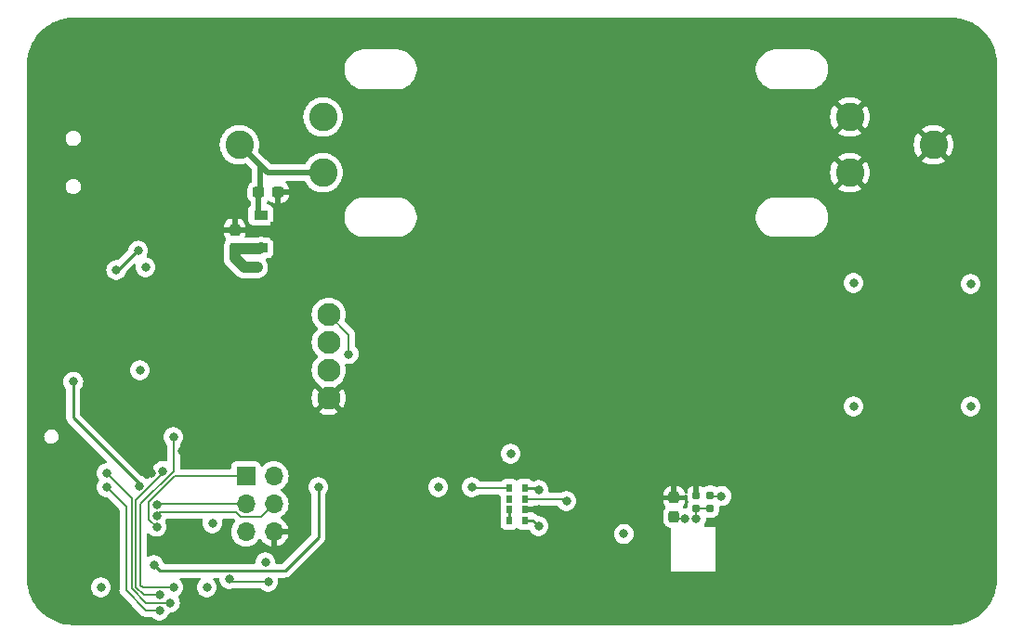
<source format=gbr>
                                                                                                                                                                                                                                                                                                                                                                                                                                                                                                                                                                                                                                                                                                                                                                                                                                                                                                                                                                                                                                                                                                                                                                                                                                                                                                                                                                                                                                                                                                                                                                                                                                                                                                                                                                                                                                                                                                                                                                                                                                                                                                                                                                                                                                                                                                                                                                                                                                                                                                                                                                                                                                                                                                                                                                                                                                                                                                                                                                                                                                                                                                                                                                                                                                                                                                                                                                                                                                                                                                                                                                                                                                                                                                                                                                                                                                                                                                                                                                                                                                                                                                                                                                                                                                                                                                                                                                                                                                                                                                                                                                                                                                                                                                                                                                                                                                                                                                                                                                                                                                                                                                                                                                                                                                                                                                                                                                                                                                                                                                                                                                                                                                                                                                                                                                                                                                                                                                                                                                                                                                                                                                                                                                                                                                                                                                                                                                                                                                                                                                                                                                                                                                                                                                                                                                                                                                                                                                                                                                                                                                                                                                                                                                                                                                                                                                                                                                                                                                                                                                                                                                                                                                                                                                                                                                                                                                                                                                                                                                                                                                                                                                                                                                                                                                                                                                                                                                                                                                                                                                                                                                                                                                                                                                                                                                                                                                                                                                                                                                                                                                                                                                                                                                                                                                                                                                                                                                                                                                                                                                                                                                                                                                                                                                                                                                                                                                                                                                                                                                                                                                                                                                                                                                                                                                                                                                                                                                                                                                                                                                                                                                                                                                                                                                                                                                                                                                                                                                                                                                                                                                                                                                                                                                                                                                                                                                                                                                                                                                                                                                                                                                                                                                                                                                                                                                                                                                                                                                                                                                                                                                                                                                                                                                                                                                                                                                                                                                                                                                                                                                                                                                                                                                                                                                                                                                                                                                                                                                                                                                                                                                                                                                                                                                                                                                                                                                                                                                                                                                                                                                                                                                                                                                                                                                                                                                                                                                                                                                                                                                                                                                                                                                                                                                                                                                                                                                                                                                                                                                                                                                                                                                                                                                                                                                                                                                                                                                                                                                                                                                                                                                                                                                                                                                                                                                                                                                                                                                                                                                                                                                                                                                                                                                                                                                                                                                                                                                                                                                                                                                                                                                                                                                                                                                                                                                                                                                                                                                                                                                                                                                                                                                                                                                                                                                                                                                                                                                                                                                                                                                                                                                                                                                                                                                                                                                                                                                                                                                                                                                                                                                                                                                                                                                                                                                                                                                                                                                                                                                                                                                                                                                                                                                                                                                                                                                                                                                                                                                                                                                                                                                                                                                                                                                                                                                                                                                                                                                                                                                                                                                                                                                                                                                                                                                                                                                                                                                                                                                                                                                                                                                                                                                                                                                                                                                                                                                                                                                                                                                                                                                                                                                                                                                                                                                                                                                                                                                                                                                                                                                                                                                                                                                                                                                                                                                                                                                                                                                                                                                                                                                                                                                                                                                                                                                                                                                                                                                                                                                                                                                                                                                                                                                                                                                                                                                                                                                                                                                                                                                                                                                                                                                                                                                                                                                                                                                                                                                                                                                                                                                                                                                                                                                                                                                                                                                                                                                                                                                                                                                                                                                                                                                                                                                                                                                                                                                                                                                                                                                                                                                                                                                                                                                                                                                                                                                                                                                                                                                                                                                                                                                                                                                                                                                                                                                                                                                                                                                                                                                                                                                                                                                                                                                                                                                                                                                                                                                                                                                                                                                                                                                                                                                                                                                                                                                                                                                                                                                                                                                                                                                                                                                                                                                                                                                                                                                                                                                                                                                                                                                                                                                                                                                                                                                                                                                                                                                                                                                                                                                                                                                                                                                                                                                                                                                                                                                                                                                                                                                                                                                                                                                                                                                                                                                                                                                                                                                                                                                                                                                                                                                                                                                                                                                                                                                                                                                                                                                                                                                                                                                                                                                                                                                                                                                                                                                                                                                                                                                                                                                                                                                                                                                                                                                                                                                                                                                                                                                                                                                                                                                                                                                                                                                                                                                                                                                                                                                                                                                                                                                                                                                                                                                                                                                                                                                                                                                                                                                                                                                                                                                                                                                                                                                                                                                                                                                                                                                                                                                                                                                                                                                                                                                                                                                                                                                                                                                                                                                                                                                                                                                                                                                                                                                                                                                                                                                                                                                                                                                                                                                                                                                                                                                                                                                                                                                                                                                                                                                                                                                                                                                                                                                                                                                                                                                                                                                                                                                                                                                                                                                                                                                                                                                                                                                                                                                                                                                                                                                                                                                                                                                                                                                                                                                                                                                                                                                                                                                                                                                                                                                                                                                                                                                                                                                                                                                                                                                                                                                                                                                                                                                                                                                                                                                                                                                                                                                                                                                                                                                                                                                                                                                                                                                                                                                                                                                                                                                                                                                                                                                                                                                                                                                                                                                                                                                                                                                                                                                                                                                                                                                                                                                                                                                                                                                                                                                                                                                                                                                                                                                                                                                                                                                                                                                                                                                                                                                                                                                                                                                                                                                                                                                                                                                                                                                                                                                                                                                                                                                                                                                                                                                                                                                                                                                                                                                                                                                                                                                                                                                                                                                                                                                                                                                                                                                                                                                                                                                                                                                                                                                                                                                                                                                                                                                                                                                                                                                                                                                                                                                                                                                                                                                                                                                                                                                                                                                                                                                                                                                                                                                                                                                                                                                                                                                                                                                                                                                                                                                                                                                                                                                                                                                                                                                                                                                                                                                                                                                                                                                                                                                                                                                                                                                                                                                                                                                                                                                                                                                                                                                                                                                                                                                                                                                                                                                                                                                                                                                                                                                                                                                                                                                                                                                                                                                                                                                                                                                                                                                                                                                                                                                                                                                                                                                                                                                                                                                                                                                                                                                                                                                                                                                                                                                                                                                                                                                                                                                                                                                                                                                                                                                                                                                                                                                                                                                                                                                                                                                                                                                                                                                                                                                                                                                                                                                                                                                                                                                                                                                                                                                                                                                                                                                                                                                                                                                                                                                                                                                                                                                                                                                                                                                                                                                                                                                                                                                                                                                                                                                                                                                                                                                                                                                                                                                                                                                                                                                                                                                                                                                                                                                                                                                                                                                                                                                                                                                                                                                                                                                                                                                                                                                                                                                                                                                                                                                                                                                                                                                                                                                                                                                                                                                                                                                                                                                                                                                                                                                                                                                                                                                                                                                                                                                                                                                                                                                                                                                                                                                                                                                                                                                                                                                                                                                                                                                                                                                                                                                                                                                                                                                                                                                                                                                                                                                                                                                                                                                                                                                                                                                                                                                                                                                                                                                                                                                                                                                                                                                                                                                                                                                                                                                                                                                                                                                                                                                                                                                                                                                                                                                                                                                                                                                                                                                                                                                                                                                                                                                                                                                                                                                                                                                                                                                                                                                                                                                                                                                                                                                                                                                                                                                                                                                                                                                                                                                                                                                                                                                                                                                                                                                                                                                                                                                                                                                                                                                                                                                                                                                                                                                                                                                                                                                                                                                                                                                                                                                                                                                                                                                                                                                                                                                                                                                                                                                                                                                                                                                                                                                                                                                                                                                                                                                                                                                                                                                                                                                                                                                                                                                                                                                                                                                                                                                                                                                                                                                                                                                                                                                                                                                                                                                                                                                                                                                                                                                                                                                                                                                                                                                                                                                                                                                                                                                                                                                                                                                                                                                                                                                                                                                                                                                                                                                                                                                                                                                                                                                                                                                                                                                                                                                                                                                                                                                                                                                                                                                                                                                                                                                                                                                                                                                                                                                                                                                                                                                                                                                                                                                                                                                                                                                                                                                                                                                                                                                                                                                                                                                                                                                                                                                                                                                                                                                                                                                                                                                                                                                                                                                                                                                                                                                                                                                                                                                                                                                                                                                                                                                                                                                                                                                                                                                                                                                                                                                                                                                                                                                                                                                                                                                                                                                                                                                                                                                                                                                                                                                                                                                                                                                                                                                                                                                                                                                                                                                                                                                                                                                                                                                                                                                                                                                                                                                                                                                                                                                                                                                                                                                                                                                                                                                                                                                                                                                                                                                                                                                                                                                                                                                                                                                                                                                                                                                                                                                                                                                                                                                                                                                                                                                                                                                                                                                                                                                                                                                                                                                                                                                                                                                                                                                                                                                                                                                                                                                                                                                                                                                                                                                                                                                                                                                                                                                                                                                                                                                                                                                                                                                                                                                                                                                                                                                                                                                                                                                                                                                                                                                                                                                                                                                                                                                                                                                                                                                                                                                                                                                                                                                                                                                                                                                                                                                                                                                                                                                                                                                                                                                                                                                                                                                                                                                                                                                                                                                                                                                                                                                                                                                                                                                                                                                                                                                                                                                                                                                                                                                                                                                                                                                                                                                                                                                                                                                                                                                                                                                                                                                                                                                                                                                                                                                                                                                                                                                                                                                                                                                                                                                                                                                                                                                                                                                                                                                                                                                                                                                                                                                                                                                                                                                                                                                                                                                                                                                                                                                                                                                                                                                                                                                                                                                                                                                                                                                                                                                                                                                                                                                                                                                                                                                                                                                                                                                                                                                                                                                                                                                                                                                                                                                                                                                                                                                                                                                                                                                                                                                                                                                                                                                                                                                                                                                                                                                                                                                                                                                                                                                                                                                                                                                                                                                                                                                                                                                                                                                                                                                                                                                                                                                                                                                                                                                                                                                                                                                                                                                                                                                                                                                                                                                                                                                                                                                                                                                                                                                                                                                                                                                                                                                                                                                                                                                                                                                                                                                                                                                                                                                                                                                                                                                                                                                                                                                                                                                                                                                                                                                                                                                                                                                                                                                                                                                                                                                                                                                                                                                                                                                                                                                                                                                                                                                                                                                                                                                                                                                                                                                                                                                                                                                                                                                                                                                                                                                                                                                                                                                                                                                                                                                                                                                                                                                                                                                                                                                                                                                                                                                                                                                                                                                                                                                                                                                                                                                                                                                                                                                                                                                                                                                                                                                                                                                                                                                                                                                                                                                                                                                                                                                                                                                                                                                                                                                                                                                                                                                                                                                                                                                                                                                                                                                                                                                                                                                                                                                                                                                                                                                                                                                                                                                                                                                                                                                                                                                                                                                                                                                                                                                                                                                                                                                                                                                                                                                                                                                                                                                                                                                                                                                                                                                                                                                                                                                                                                                                                                                                                                                                                                                                                                                                                                                                                                                                                                                                                                                                                                                                                                                                                                                                                                                                                                                                                                                                                                                                                                                                                                                                                                                                                                                                                                                                                                                                                                                                                                                                                                                                                                                                                                                                                                                                                                                                                                                                                                                                                                                                                                                                                                                                                                                                                                                                                                                                                                                                                                                                                                                                                                                                                                                                                                                                                                                                                                                                                                                                                                                                                                                                                                                                                                                                                                                                                                                                                                                                                                                                                                                                                                                                                                                                                                                                                                                                                                                                                                                                                                                                                                                                                                                                                                                                                                                                                                                                                                                                                                                                                                                                                                                                                                                                                                                                                                                                                                                                                                                                                                                                                                                                                                                                                                                                                                                                                                                                                                                                                                                                                                                                                                                                                                                                                                                                                                                                                                                                                                                                                                                                                                                                                                                                                                                                                                                                                                                                                                                                                                                                                                                                                                                                                                                                                                                                                                                                                                                                                                                                                                                                                                                                                                                                                                                                                                                                                                                                                                                                                                                                                                                                                                                                                                                                                                                                                                                                                                                                                                                                                                                                                                                                                                                                                                                                                                                                                                                                                                                                                                                                                                                                                                                                                                                                                                                                                                                                                                                                                                                                                                                                                                                                                                                                                                                                                                                                                                                                                                                                                                                                                                                                                                                                                                                                                                                                                                                                                                                                                                                                                                                                                                                                                                                                                                                                                                                                                                                                                                                                                                                                                                                                                                                                                                                                                                                                                                                                                                                                                                                                                                                                                                                                                                                                                                                                                                                                                                                                                                                                                                                                                                                                                                                                                                                                                                                                                                                                                                                                                                                                                                                                                                                                                                                                                                                                                                                                                                                                                                                                                                                                                                                                                                                                                                                                                                                                                                                                                                                                                                                                                                                                                                                                                                                                                                                                                                                                                                                                                                                                                                                                                                                                                                                                                                                                                                                                                                                                                                                                                                                                                                                                                                                                                                                                                                                                                                                                                                                                                                                                                                                                                                                                                                                                                                                                                                                                                                                                                                                                                                                                                                                                                                                                                                                                                                                                                                                                                                                                                                                                                                                                                                                                                                                                                                                                                                                                                                                                                                                                                                                                                                                                                                                                                                                                                                                                                                                                                                                                                                                                                                                                                                                                                                                                                                                                                                                                                                                                                                                                                                                                                                                                                                                                                                                                                                                                                                                                                                                                                                                                                                                                                                                                                                                                                                                                                                                                                                                                                                                                                                                                                                                                                                                                                                                                                                                                                                                                                                                                                                                                                                                                                                                                                                                                                                                                                                                                                                                                                                                                                                                                                                                                                                                                                                                                                                                                                                                                                                                                                                                                                                                                                                                                                                                                                                                                                                                                                                                                                                                                                                                                                                                                                                                                                                                                                                                                                                                                                                                                                                                                                                                                                                                                                                                                                                                                                                                                                                                                                                                                                                                                                                                                                                                                                                                                                                                                                                                                                                                                                                                                                                                                                                                                                                                                                                                                                                                                                                                                                                                                                                                                                                                                                                                                                                                                                                                                                                                                                                                                                                                                                                                                                                                                                                                                                                                                                                                                                                                                                                                                                                                                                                                                                                                                                                                                                                                                                                                                                                                                                                                                                                                                                                                                                                                                                                                                                                                                                                                                                                                                                                                                                                                                                                                                                                                                                                                                                                                                                                                                                                                                                                                                                                                                                                                                                                                                                                                                                                                                                                                                                                                                                                                                                                                                                                                                                                                                                                                                                                                                                                                                                                                                                                                                                                                                                                                                                                                                                                                                                                                                                                                                                                                                                                                                                                                                                                                                                                                                                                                                                                                                                                                                                                                                                                                                                                                                                                                                                                                                                                                                                                                                                                                                                                                                                                                                                                                                                                                                                                                                                                                                                                                                                                                                                                                                                                                                                                                                                                                                                                                                                                                                                                                                                                                                                                                                                                                                                                                                                                                                                                                                                                                                                                                                                                                                                                                                                                                                                                                                                                                                                                                                                                                                                                                                                                                                                                                                                                                                                                                                                                                                                                                                                                                                                                                                                                                                                                                                                                                                                                                                                                                                                                                                                                                                                                                                                                                                                                                                                                                                                                                                                                                                                                                                                                                                                                                                                                                                                                                                                                                                                                                                                                                                                                                                                                                                                                                                                                                                                                                                                                                                                                                                                                                                                                                                                                                                                                                                                                                                                                                                                                                                                                                                                                                                                                                                                                                                                                                                                                                                                                                                                                                                                                                                                                                                                                                                                                                                                                                                                                                                                                                                                                                                                                                                                                                                                                                                                                                                                                                                                                                                                                                                                                                                                                                                                                                                                                                                                                                                                                                                                                                                                                                                                                                                                                                                                                                                                                                                                                                                                                                                                                                                                                                                                                                                                                                                                                                                                                                                                                                                                                                                                                                                                                                                                                                                                                                                                                                                                                                                                                                                                                                                                                                                                                                                                                                                                                                                                                                                                                                                                                                                                                                                                                                                                                                                                                                                                                                                                                                                                                                                                                                                                                                                                                                                                                                                                                                                                                                                                                                                                                                                                                                                                                                                                                                                                                                                                                                                                                                                                                                                                                                                                                                                                                                                                                                                                                                                                                                                                                                                                                                                                                                                                                                                                                                                                                                                                                                                                                                                                                                                                                                                                                                                                                                                                                                                                                                                                                                                                                                                                                                                                                                                                                                                                                                                                                                                                                                                                                                                                                                                                                                                                                                                                                                                                                                                                                                                                                                                                                                                                                                                                                                                                                                                                                                                                                                                                                                                                                                                                                                                                                                                                                                                                                                                                                                                                                                                                                                                                                                                                                                                                                                                                                                                                                                                                                                                                                                                                                                                                                                                                                                                                                                                                                                                                                                                                                                                                                                                                                                                                                                                                                                                                                                                                                                                                                                                                                                                                                                                                                                                                                                                                                                                                                                                                                                                                                                                                                                                                                                                                                                                                                                                                                                                                                                                                                                                                                                                                                                                                                                                                                                                                                                                                                                                                                                                                                                                                                                                                                                                                                                                                                                                                                                                                                                                                                                                                                                                                                                                                                                                                                                                                                                                                                                                                                                                                                                                                                                                                                                                                                                                                                                                                                                                                                                                                                                                                                                                                                                                                                                                                                                                                                                                                                                                                                                                                                                                                                                                                                                                                                                                                                                                                                                                                                                                                                                                                                                                                                                                                                                                                                                                                                                                                                                                                                                                                                                                                                                                                                                                                                                                                                                                                                                                                                                                                                                                                                                                                                                                                                                                                                                                                                                                                                                                                                                                                                                                                                                                                                                                                                                                                                                                                                                                                                                                                                                                                                                                                                                                                                                                                                                                                                                                                                                                                                                                                                                                                                                                                                                                                                                                                                                                                                                                                                                                                                                                                                                                                                                                                                                                                                                                                                                                                                                                                                                                                                                                                                                                                                                                                                                                                                                                                                                                                                                                                                                                                                                                                                                                                                                                                                                                                                                                                                                                                                                                                                                                                                                                                                                                                                                                                                                                                                                                                                                                                                                                                                                                                                                                                                                                                                                                                                                                                                                                                                                                                                                                                                                                                                                                                                                                                                                                                                                                                                                                                                                                                                                                                                                                                                                                                                                                                                                                                                                                                                                                                                                                                                                                                                                                                                                                                                                                                                                                                                                                                                                                                                                                                                                                                                                                                                                                                                                                                                                                                                                                                                                                                                                                                                                                                                                                                                                                                                                                                                                                                                                                                                                                                                                                                                                                                                                                                                                                                                                                                                                                                                                                                                                                                                                                                                                                                                                                                                                                                                                                                                                                                                                                                                                                                                                                                                                                                                                                                                                                                                                                                                                                                                                                                                                                                                                                                                                                                                                                                                                                                                                                                                                                                                                                                                                                                                                                                                                                                                                                                                                                                                                                                                                                                                                                                                                                                                                                                                                                                                                                                                                                                                                                                                                                                                                                                                                                                                                                                                                                                                                                                                                                                                                                                                                                                                                                                                                                                                                                                                                                                                                                                                                                                                                                                                                                                                                                                                                                                                                                                                                                                                                                                                                                                                                                                                                                                                                                                                                                                                                                                                                                                                                                                                                                                                                                                                                                                                                                                                                                                                                                                                                                                                                                                                                                                                                                                                                                                                                                                                                                                                                                                                                                                                                                                                                                                                                                                                                                                                                                                                                                                                                                                                                                                                                                                                                                                                                                                                                                                                                                                %TF.GenerationSoftware,KiCad,Pcbnew,7.0.7*%
%TF.CreationDate,2023-09-10T20:13:10+02:00*%
%TF.ProjectId,Riddle_PCB,52696464-6c65-45f5-9043-422e6b696361,rev?*%
%TF.SameCoordinates,Original*%
%TF.FileFunction,Copper,L4,Bot*%
%TF.FilePolarity,Positive*%
%FSLAX46Y46*%
G04 Gerber Fmt 4.6, Leading zero omitted, Abs format (unit mm)*
G04 Created by KiCad (PCBNEW 7.0.7) date 2023-09-10 20:13:10*
%MOMM*%
%LPD*%
G01*
G04 APERTURE LIST*
G04 Aperture macros list*
%AMRoundRect*
0 Rectangle with rounded corners*
0 $1 Rounding radius*
0 $2 $3 $4 $5 $6 $7 $8 $9 X,Y pos of 4 corners*
0 Add a 4 corners polygon primitive as box body*
4,1,4,$2,$3,$4,$5,$6,$7,$8,$9,$2,$3,0*
0 Add four circle primitives for the rounded corners*
1,1,$1+$1,$2,$3*
1,1,$1+$1,$4,$5*
1,1,$1+$1,$6,$7*
1,1,$1+$1,$8,$9*
0 Add four rect primitives between the rounded corners*
20,1,$1+$1,$2,$3,$4,$5,0*
20,1,$1+$1,$4,$5,$6,$7,0*
20,1,$1+$1,$6,$7,$8,$9,0*
20,1,$1+$1,$8,$9,$2,$3,0*%
%AMFreePoly0*
4,1,9,3.862500,-0.866500,0.737500,-0.866500,0.737500,-0.450000,-0.737500,-0.450000,-0.737500,0.450000,0.737500,0.450000,0.737500,0.866500,3.862500,0.866500,3.862500,-0.866500,3.862500,-0.866500,$1*%
G04 Aperture macros list end*
%TA.AperFunction,ComponentPad*%
%ADD10C,2.590800*%
%TD*%
%TA.AperFunction,SMDPad,CuDef*%
%ADD11R,0.600000X0.720000*%
%TD*%
%TA.AperFunction,SMDPad,CuDef*%
%ADD12R,1.300000X0.900000*%
%TD*%
%TA.AperFunction,SMDPad,CuDef*%
%ADD13FreePoly0,0.000000*%
%TD*%
%TA.AperFunction,SMDPad,CuDef*%
%ADD14RoundRect,0.160000X0.160000X-0.197500X0.160000X0.197500X-0.160000X0.197500X-0.160000X-0.197500X0*%
%TD*%
%TA.AperFunction,SMDPad,CuDef*%
%ADD15RoundRect,0.160000X-0.160000X0.197500X-0.160000X-0.197500X0.160000X-0.197500X0.160000X0.197500X0*%
%TD*%
%TA.AperFunction,ComponentPad*%
%ADD16C,2.100000*%
%TD*%
%TA.AperFunction,ComponentPad*%
%ADD17R,1.700000X1.700000*%
%TD*%
%TA.AperFunction,ComponentPad*%
%ADD18O,1.700000X1.700000*%
%TD*%
%TA.AperFunction,SMDPad,CuDef*%
%ADD19RoundRect,0.237500X0.237500X-0.300000X0.237500X0.300000X-0.237500X0.300000X-0.237500X-0.300000X0*%
%TD*%
%TA.AperFunction,SMDPad,CuDef*%
%ADD20RoundRect,0.237500X-0.300000X-0.237500X0.300000X-0.237500X0.300000X0.237500X-0.300000X0.237500X0*%
%TD*%
%TA.AperFunction,ViaPad*%
%ADD21C,0.800000*%
%TD*%
%TA.AperFunction,Conductor*%
%ADD22C,1.000000*%
%TD*%
%TA.AperFunction,Conductor*%
%ADD23C,0.500000*%
%TD*%
%TA.AperFunction,Conductor*%
%ADD24C,0.200000*%
%TD*%
%TA.AperFunction,Conductor*%
%ADD25C,0.254000*%
%TD*%
G04 APERTURE END LIST*
D10*
%TO.P,POS,1,Pin_1*%
%TO.N,/Powersupply/Bat_pos*%
X132766000Y-74930000D03*
X132766000Y-69850000D03*
X125146000Y-72390000D03*
%TD*%
%TO.P,NEG,1,Pin_1*%
%TO.N,GND*%
X180766000Y-69850000D03*
X180766000Y-74930000D03*
X188386000Y-72390000D03*
%TD*%
D11*
%TO.P,U7,1,SDA*%
%TO.N,/SDA*%
X149730000Y-103724000D03*
%TO.P,U7,2,INT*%
%TO.N,unconnected-(U7-INT-Pad2)*%
X149730000Y-104694000D03*
%TO.P,U7,3,LDR*%
%TO.N,Net-(U7-LDR)*%
X149730000Y-105664000D03*
%TO.P,U7,4,LED_K*%
X149730000Y-106634000D03*
%TO.P,U7,5,LED_A*%
%TO.N,/3V3*%
X151130000Y-106634000D03*
%TO.P,U7,6,GND*%
%TO.N,GND*%
X151130000Y-105664000D03*
%TO.P,U7,7,SCL*%
%TO.N,/SCL*%
X151130000Y-104694000D03*
%TO.P,U7,8,VCC*%
%TO.N,Net-(U7-VCC)*%
X151130000Y-103724000D03*
%TD*%
D12*
%TO.P,U2,1,VO*%
%TO.N,/3V3*%
X127082000Y-81788000D03*
D13*
%TO.P,U2,2,GND*%
%TO.N,GND*%
X127169500Y-80288000D03*
D12*
%TO.P,U2,3,VI*%
%TO.N,/Powersupply/Bat_pos*%
X127082000Y-78788000D03*
%TD*%
D14*
%TO.P,R16,2*%
%TO.N,GND*%
X166770000Y-104352500D03*
%TO.P,R16,1*%
%TO.N,Net-(U8-SDO{slash}AD0)*%
X166770000Y-105547500D03*
%TD*%
D15*
%TO.P,R15,2*%
%TO.N,Net-(U8-SDO{slash}AD0)*%
X168040000Y-105547500D03*
%TO.P,R15,1*%
%TO.N,/3V3*%
X168040000Y-104352500D03*
%TD*%
D16*
%TO.P,DISPLAY,1,Pin_1*%
%TO.N,/SDA*%
X133280000Y-87884000D03*
%TO.P,DISPLAY,2,Pin_2*%
%TO.N,/SCL*%
X133280000Y-90424000D03*
%TO.P,DISPLAY,3,Pin_3*%
%TO.N,/3V3*%
X133280000Y-92964000D03*
%TO.P,DISPLAY,4,Pin_4*%
%TO.N,GND*%
X133280000Y-95504000D03*
%TD*%
D17*
%TO.P,PRG,1,Pin_1*%
%TO.N,/Microcontroller/MISO*%
X125730000Y-102616000D03*
D18*
%TO.P,PRG,2,Pin_2*%
%TO.N,/3V3*%
X128270000Y-102616000D03*
%TO.P,PRG,3,Pin_3*%
%TO.N,/Microcontroller/SCK*%
X125730000Y-105156000D03*
%TO.P,PRG,4,Pin_4*%
%TO.N,/Microcontroller/MOSI*%
X128270000Y-105156000D03*
%TO.P,PRG,5,Pin_5*%
%TO.N,/Microcontroller/RESET*%
X125730000Y-107696000D03*
%TO.P,PRG,6,Pin_6*%
%TO.N,GND*%
X128270000Y-107696000D03*
%TD*%
D19*
%TO.P,C20,2*%
%TO.N,GND*%
X164738000Y-104595500D03*
%TO.P,C20,1*%
%TO.N,Net-(U8-REGOUT)*%
X164738000Y-106320500D03*
%TD*%
%TO.P,C4,1*%
%TO.N,/3V3*%
X124714000Y-81888500D03*
%TO.P,C4,2*%
%TO.N,GND*%
X124714000Y-80163500D03*
%TD*%
D20*
%TO.P,C3,1*%
%TO.N,/Powersupply/Bat_pos*%
X126899500Y-76708000D03*
%TO.P,C3,2*%
%TO.N,GND*%
X128624500Y-76708000D03*
%TD*%
D21*
%TO.N,GND*%
X117637662Y-62849500D03*
X113000000Y-62000000D03*
X130500000Y-76500000D03*
X132000000Y-79500000D03*
X132000000Y-81000000D03*
X146500000Y-108000000D03*
X137000000Y-107000000D03*
X130500000Y-107500000D03*
X108000000Y-102500000D03*
X107000000Y-81000000D03*
X112500000Y-81000000D03*
X120000000Y-83500000D03*
X188500000Y-64500000D03*
X180500000Y-64500000D03*
X188500000Y-80000000D03*
X180500000Y-80000000D03*
X183500000Y-96500000D03*
X183500000Y-107500000D03*
X172500000Y-95500000D03*
%TO.N,/Microcontroller/MISO*%
X117602000Y-107250500D03*
%TO.N,/Microcontroller/SCK*%
X117602000Y-105228500D03*
%TO.N,/Microcontroller/MOSI*%
X117602000Y-106228003D03*
%TO.N,GND*%
X172974000Y-106680000D03*
%TO.N,/SW4*%
X117860055Y-114881755D03*
%TO.N,/SW3*%
X118807457Y-114182255D03*
%TO.N,/SW2*%
X117856000Y-113482755D03*
%TO.N,/SW1*%
X119126000Y-112776000D03*
%TO.N,/SW4*%
X113030000Y-103632000D03*
%TO.N,/SW3*%
X113030000Y-102362000D03*
%TO.N,/SW2*%
X118142810Y-102142810D03*
%TO.N,/SW1*%
X119126000Y-99060000D03*
%TO.N,/3V3*%
X191770000Y-96266000D03*
X181102000Y-96266000D03*
X181102000Y-85000000D03*
X191770000Y-85090000D03*
%TO.N,/SDA*%
X135091973Y-91476027D03*
X124206000Y-112014000D03*
X127762000Y-112268000D03*
X146304000Y-103632000D03*
%TO.N,/SCL*%
X154940000Y-104902000D03*
%TO.N,/3V3*%
X127508000Y-110490000D03*
X122174000Y-112776000D03*
%TO.N,GND*%
X117094000Y-102362000D03*
X119634000Y-97790000D03*
X118618000Y-94488000D03*
X119888000Y-100330000D03*
%TO.N,/3V3*%
X116586000Y-83566000D03*
X152400000Y-107188000D03*
%TO.N,GND*%
X113792000Y-94234000D03*
X112014000Y-94234000D03*
%TO.N,/3V3*%
X112522000Y-112776000D03*
X122682000Y-106934000D03*
%TO.N,/Microcontroller/RESET*%
X116000000Y-103500000D03*
X110000000Y-94000000D03*
%TO.N,/3V3*%
X116078000Y-92964000D03*
%TO.N,Net-(U7-VCC)*%
X152400000Y-103886000D03*
%TO.N,GND*%
X152400000Y-105664000D03*
%TO.N,/3V3*%
X149860000Y-100584000D03*
%TO.N,GND*%
X165246000Y-111834756D03*
%TO.N,/3V3*%
X169056000Y-104442000D03*
%TO.N,Net-(U8-SDO{slash}AD0)*%
X166768584Y-106499340D03*
%TO.N,Net-(U8-REGOUT)*%
X165754000Y-106474000D03*
%TO.N,GND*%
X134112000Y-108712000D03*
X141732000Y-106680000D03*
%TO.N,/analog_temp*%
X117348000Y-110744000D03*
X132334000Y-103632000D03*
%TO.N,GND*%
X163468000Y-111046000D03*
X161944000Y-111046000D03*
%TO.N,/3V3*%
X160166000Y-107897500D03*
X143256000Y-103632000D03*
X125730000Y-83566000D03*
X126746000Y-83566000D03*
%TO.N,Net-(J4-D-)*%
X113919000Y-83820000D03*
X115915500Y-82042000D03*
%TO.N,GND*%
X109728000Y-78740000D03*
X109728000Y-69342000D03*
%TD*%
D22*
%TO.N,/3V3*%
X124714000Y-82714000D02*
X124714000Y-81888500D01*
X125566000Y-83566000D02*
X124714000Y-82714000D01*
X125730000Y-83566000D02*
X125566000Y-83566000D01*
X126981500Y-81888500D02*
X127082000Y-81788000D01*
X124714000Y-81888500D02*
X126981500Y-81888500D01*
D23*
%TO.N,GND*%
X151130000Y-105664000D02*
X152400000Y-105664000D01*
D24*
%TO.N,/SW2*%
X116473069Y-113482755D02*
X117856000Y-113482755D01*
X115716000Y-112725686D02*
X116473069Y-113482755D01*
X115716000Y-104773950D02*
X115716000Y-112725686D01*
X117389950Y-103100000D02*
X115716000Y-104773950D01*
X117400000Y-103100000D02*
X117389950Y-103100000D01*
X118142810Y-102142810D02*
X118142810Y-102357190D01*
X118142810Y-102357190D02*
X117400000Y-103100000D01*
%TO.N,/SW1*%
X116116000Y-105158864D02*
X119126000Y-102148864D01*
X116116000Y-112560000D02*
X116116000Y-105158864D01*
X116332000Y-112776000D02*
X116116000Y-112560000D01*
X119126000Y-112776000D02*
X116332000Y-112776000D01*
X119126000Y-102148864D02*
X119126000Y-99060000D01*
%TO.N,/Microcontroller/MISO*%
X116902000Y-104938550D02*
X116902000Y-106550500D01*
X116902000Y-106550500D02*
X117602000Y-107250500D01*
X119224550Y-102616000D02*
X116902000Y-104938550D01*
X125730000Y-102616000D02*
X119224550Y-102616000D01*
%TO.N,/Microcontroller/MOSI*%
X127120000Y-106306000D02*
X128270000Y-105156000D01*
X124865654Y-105918000D02*
X125253654Y-106306000D01*
X125253654Y-106306000D02*
X127120000Y-106306000D01*
X117912003Y-105918000D02*
X124865654Y-105918000D01*
X117602000Y-106228003D02*
X117912003Y-105918000D01*
%TO.N,/SW4*%
X114808000Y-113030000D02*
X114808000Y-105410000D01*
X116659755Y-114881755D02*
X114808000Y-113030000D01*
X117860055Y-114881755D02*
X116659755Y-114881755D01*
X114808000Y-105410000D02*
X113030000Y-103632000D01*
%TO.N,/SW3*%
X115316000Y-112891372D02*
X115316000Y-104648000D01*
X116606883Y-114182255D02*
X115316000Y-112891372D01*
X118807457Y-114182255D02*
X116606883Y-114182255D01*
X115316000Y-104648000D02*
X113030000Y-102362000D01*
%TO.N,/Microcontroller/SCK*%
X117674500Y-105156000D02*
X125730000Y-105156000D01*
X117602000Y-105228500D02*
X117674500Y-105156000D01*
D25*
%TO.N,/Microcontroller/RESET*%
X116000000Y-103305000D02*
X110000000Y-97305000D01*
X116000000Y-103500000D02*
X116000000Y-103305000D01*
X110000000Y-97305000D02*
X110000000Y-94000000D01*
D24*
%TO.N,/SDA*%
X135091973Y-91476027D02*
X135091973Y-89695973D01*
X135091973Y-89695973D02*
X133280000Y-87884000D01*
X124460000Y-112268000D02*
X124206000Y-112014000D01*
X127762000Y-112268000D02*
X124460000Y-112268000D01*
X146396000Y-103724000D02*
X146304000Y-103632000D01*
X149230000Y-103724000D02*
X146396000Y-103724000D01*
X149230000Y-103724000D02*
X149730000Y-103724000D01*
%TO.N,/SCL*%
X154732000Y-104694000D02*
X154940000Y-104902000D01*
X151130000Y-104694000D02*
X154732000Y-104694000D01*
D25*
%TO.N,/analog_temp*%
X117856000Y-111252000D02*
X117348000Y-110744000D01*
X132334000Y-108204000D02*
X129286000Y-111252000D01*
X129286000Y-111252000D02*
X117856000Y-111252000D01*
X132334000Y-103632000D02*
X132334000Y-108204000D01*
%TO.N,Net-(J4-D-)*%
X114046000Y-83820000D02*
X113919000Y-83820000D01*
X115824000Y-82042000D02*
X114046000Y-83820000D01*
X115915500Y-82042000D02*
X115824000Y-82042000D01*
%TO.N,/3V3*%
X151846000Y-106634000D02*
X151130000Y-106634000D01*
X152400000Y-107188000D02*
X151846000Y-106634000D01*
%TO.N,Net-(U7-VCC)*%
X152238000Y-103724000D02*
X151130000Y-103724000D01*
X152400000Y-103886000D02*
X152238000Y-103724000D01*
%TO.N,Net-(U7-LDR)*%
X149730000Y-105664000D02*
X149730000Y-106634000D01*
%TO.N,Net-(U7-VCC)*%
X151222000Y-103632000D02*
X151130000Y-103724000D01*
D24*
%TO.N,Net-(U8-SDO{slash}AD0)*%
X166770000Y-106497924D02*
X166768584Y-106499340D01*
X166770000Y-105547500D02*
X166770000Y-106497924D01*
X168040000Y-105547500D02*
X166770000Y-105547500D01*
%TO.N,/3V3*%
X168129500Y-104442000D02*
X168040000Y-104352500D01*
X169056000Y-104442000D02*
X168129500Y-104442000D01*
%TO.N,Net-(U8-REGOUT)*%
X164891500Y-106474000D02*
X164738000Y-106320500D01*
X165754000Y-106474000D02*
X164891500Y-106474000D01*
D22*
%TO.N,/3V3*%
X126746000Y-83566000D02*
X125730000Y-83566000D01*
D23*
%TO.N,/Powersupply/Bat_pos*%
X127686000Y-74930000D02*
X125146000Y-72390000D01*
X132766000Y-74930000D02*
X127686000Y-74930000D01*
X126899500Y-78605500D02*
X127082000Y-78788000D01*
X126899500Y-76708000D02*
X126899500Y-78605500D01*
X127000000Y-76607500D02*
X126899500Y-76708000D01*
X127000000Y-74244000D02*
X127000000Y-76607500D01*
X125146000Y-72390000D02*
X127000000Y-74244000D01*
X126976500Y-78893500D02*
X127082000Y-78788000D01*
%TD*%
%TA.AperFunction,Conductor*%
%TO.N,GND*%
G36*
X190001424Y-60800566D02*
G01*
X190384618Y-60818282D01*
X190390311Y-60818808D01*
X190768824Y-60871609D01*
X190774443Y-60872659D01*
X191146465Y-60960158D01*
X191151957Y-60961721D01*
X191514326Y-61083175D01*
X191519636Y-61085232D01*
X191869269Y-61239610D01*
X191874369Y-61242149D01*
X192168852Y-61406175D01*
X192208242Y-61428115D01*
X192213113Y-61431131D01*
X192528396Y-61647105D01*
X192532969Y-61650558D01*
X192826984Y-61894705D01*
X192831218Y-61898565D01*
X193101434Y-62168781D01*
X193105294Y-62173015D01*
X193349441Y-62467030D01*
X193352894Y-62471603D01*
X193568868Y-62786886D01*
X193571884Y-62791757D01*
X193757844Y-63125619D01*
X193760393Y-63130739D01*
X193914762Y-63480352D01*
X193916826Y-63485679D01*
X194038276Y-63848035D01*
X194039844Y-63853546D01*
X194127338Y-64225548D01*
X194128391Y-64231180D01*
X194181189Y-64609675D01*
X194181717Y-64615380D01*
X194199434Y-64998575D01*
X194199500Y-65001439D01*
X194199500Y-111998560D01*
X194199434Y-112001424D01*
X194181717Y-112384619D01*
X194181189Y-112390324D01*
X194128391Y-112768819D01*
X194127338Y-112774451D01*
X194039844Y-113146453D01*
X194038276Y-113151964D01*
X193916826Y-113514320D01*
X193914759Y-113519655D01*
X193784804Y-113813977D01*
X193760398Y-113869251D01*
X193757844Y-113874380D01*
X193571884Y-114208242D01*
X193568868Y-114213113D01*
X193352894Y-114528396D01*
X193349441Y-114532969D01*
X193105294Y-114826984D01*
X193101434Y-114831218D01*
X192831218Y-115101434D01*
X192826984Y-115105294D01*
X192532969Y-115349441D01*
X192528396Y-115352894D01*
X192213113Y-115568868D01*
X192208242Y-115571884D01*
X191874380Y-115757844D01*
X191869252Y-115760397D01*
X191519655Y-115914759D01*
X191514320Y-115916826D01*
X191151964Y-116038276D01*
X191146453Y-116039844D01*
X190774451Y-116127338D01*
X190768819Y-116128391D01*
X190390324Y-116181189D01*
X190384619Y-116181717D01*
X190001424Y-116199434D01*
X189998560Y-116199500D01*
X110001440Y-116199500D01*
X109998576Y-116199434D01*
X109615380Y-116181717D01*
X109609675Y-116181189D01*
X109231180Y-116128391D01*
X109225548Y-116127338D01*
X108853546Y-116039844D01*
X108848035Y-116038276D01*
X108485679Y-115916826D01*
X108480352Y-115914762D01*
X108130739Y-115760393D01*
X108125619Y-115757844D01*
X107791757Y-115571884D01*
X107786886Y-115568868D01*
X107471603Y-115352894D01*
X107467030Y-115349441D01*
X107173015Y-115105294D01*
X107168781Y-115101434D01*
X106898565Y-114831218D01*
X106894705Y-114826984D01*
X106650558Y-114532969D01*
X106647105Y-114528396D01*
X106431131Y-114213113D01*
X106428115Y-114208242D01*
X106317250Y-114009201D01*
X106242149Y-113874369D01*
X106239610Y-113869269D01*
X106085232Y-113519636D01*
X106083173Y-113514320D01*
X106061242Y-113448888D01*
X105961721Y-113151957D01*
X105960158Y-113146465D01*
X105873025Y-112776000D01*
X111616540Y-112776000D01*
X111636326Y-112964256D01*
X111636327Y-112964259D01*
X111694818Y-113144277D01*
X111694821Y-113144284D01*
X111789467Y-113308216D01*
X111811638Y-113332839D01*
X111916129Y-113448888D01*
X112069265Y-113560148D01*
X112069270Y-113560151D01*
X112242192Y-113637142D01*
X112242197Y-113637144D01*
X112427354Y-113676500D01*
X112427355Y-113676500D01*
X112616644Y-113676500D01*
X112616646Y-113676500D01*
X112801803Y-113637144D01*
X112974730Y-113560151D01*
X113127871Y-113448888D01*
X113254533Y-113308216D01*
X113349179Y-113144284D01*
X113407674Y-112964256D01*
X113427460Y-112776000D01*
X113407674Y-112587744D01*
X113349179Y-112407716D01*
X113254533Y-112243784D01*
X113127871Y-112103112D01*
X113127732Y-112103011D01*
X112974734Y-111991851D01*
X112974729Y-111991848D01*
X112801807Y-111914857D01*
X112801802Y-111914855D01*
X112644008Y-111881316D01*
X112616646Y-111875500D01*
X112427354Y-111875500D01*
X112399992Y-111881316D01*
X112242197Y-111914855D01*
X112242192Y-111914857D01*
X112069270Y-111991848D01*
X112069265Y-111991851D01*
X111916129Y-112103111D01*
X111789466Y-112243785D01*
X111694821Y-112407715D01*
X111694818Y-112407722D01*
X111649820Y-112546214D01*
X111636326Y-112587744D01*
X111626388Y-112682302D01*
X111616997Y-112771656D01*
X111616540Y-112776000D01*
X105873025Y-112776000D01*
X105872659Y-112774443D01*
X105871608Y-112768819D01*
X105860179Y-112686888D01*
X105818808Y-112390311D01*
X105818282Y-112384618D01*
X105800566Y-112001424D01*
X105800500Y-111998560D01*
X105800500Y-98958833D01*
X107345624Y-98958833D01*
X107355944Y-99122860D01*
X107406732Y-99279171D01*
X107406734Y-99279175D01*
X107494798Y-99417940D01*
X107614603Y-99530445D01*
X107614611Y-99530451D01*
X107758628Y-99609625D01*
X107758632Y-99609627D01*
X107917823Y-99650500D01*
X107917827Y-99650500D01*
X108040923Y-99650500D01*
X108040925Y-99650500D01*
X108040930Y-99650499D01*
X108040934Y-99650499D01*
X108054174Y-99648826D01*
X108163058Y-99635071D01*
X108315871Y-99574568D01*
X108315878Y-99574563D01*
X108448835Y-99477965D01*
X108448835Y-99477963D01*
X108448837Y-99477963D01*
X108553600Y-99351326D01*
X108623579Y-99202613D01*
X108654376Y-99041170D01*
X108644056Y-98877140D01*
X108593268Y-98720829D01*
X108505202Y-98582060D01*
X108441281Y-98522034D01*
X108385396Y-98469554D01*
X108385388Y-98469548D01*
X108241371Y-98390374D01*
X108241361Y-98390371D01*
X108082180Y-98349500D01*
X108082177Y-98349500D01*
X107959075Y-98349500D01*
X107959065Y-98349500D01*
X107836942Y-98364929D01*
X107836939Y-98364929D01*
X107684130Y-98425431D01*
X107684121Y-98425436D01*
X107551164Y-98522034D01*
X107551162Y-98522037D01*
X107446400Y-98648673D01*
X107376420Y-98797387D01*
X107361207Y-98877139D01*
X107345624Y-98958830D01*
X107345624Y-98958832D01*
X107345624Y-98958833D01*
X105800500Y-98958833D01*
X105800500Y-94000000D01*
X109094540Y-94000000D01*
X109114326Y-94188256D01*
X109114327Y-94188259D01*
X109172818Y-94368277D01*
X109172821Y-94368284D01*
X109216057Y-94443172D01*
X109267467Y-94532216D01*
X109340651Y-94613494D01*
X109370880Y-94676484D01*
X109372500Y-94696465D01*
X109372500Y-97222032D01*
X109370772Y-97237681D01*
X109371054Y-97237708D01*
X109370319Y-97245475D01*
X109372500Y-97314859D01*
X109372500Y-97344477D01*
X109373371Y-97351380D01*
X109373829Y-97357199D01*
X109375298Y-97403942D01*
X109380916Y-97423275D01*
X109384862Y-97442329D01*
X109387383Y-97462287D01*
X109387386Y-97462299D01*
X109404595Y-97505765D01*
X109406487Y-97511293D01*
X109419530Y-97556187D01*
X109419530Y-97556188D01*
X109429777Y-97573515D01*
X109438335Y-97590985D01*
X109445745Y-97609701D01*
X109473229Y-97647529D01*
X109476437Y-97652413D01*
X109500234Y-97692652D01*
X109500240Y-97692660D01*
X109514469Y-97706888D01*
X109527109Y-97721687D01*
X109538934Y-97737964D01*
X109538936Y-97737965D01*
X109538937Y-97737967D01*
X109574957Y-97767765D01*
X109579268Y-97771687D01*
X111338026Y-99530445D01*
X113057400Y-101249819D01*
X113090885Y-101311142D01*
X113085901Y-101380834D01*
X113044029Y-101436767D01*
X112978565Y-101461184D01*
X112969719Y-101461500D01*
X112935354Y-101461500D01*
X112902897Y-101468398D01*
X112750197Y-101500855D01*
X112750192Y-101500857D01*
X112577270Y-101577848D01*
X112577265Y-101577851D01*
X112424129Y-101689111D01*
X112297466Y-101829785D01*
X112202821Y-101993715D01*
X112202818Y-101993722D01*
X112151279Y-102152344D01*
X112144326Y-102173744D01*
X112124540Y-102362000D01*
X112144326Y-102550256D01*
X112144327Y-102550259D01*
X112202818Y-102730277D01*
X112202821Y-102730284D01*
X112297467Y-102894216D01*
X112307806Y-102905699D01*
X112315307Y-102914030D01*
X112345535Y-102977022D01*
X112336909Y-103046357D01*
X112315307Y-103079970D01*
X112297466Y-103099785D01*
X112202821Y-103263715D01*
X112202818Y-103263722D01*
X112144327Y-103443740D01*
X112144326Y-103443744D01*
X112124540Y-103632000D01*
X112144326Y-103820256D01*
X112144327Y-103820259D01*
X112202818Y-104000277D01*
X112202821Y-104000284D01*
X112297467Y-104164216D01*
X112405859Y-104284597D01*
X112424129Y-104304888D01*
X112577265Y-104416148D01*
X112577270Y-104416151D01*
X112750192Y-104493142D01*
X112750197Y-104493144D01*
X112935354Y-104532500D01*
X113029903Y-104532500D01*
X113096942Y-104552185D01*
X113117584Y-104568819D01*
X114171181Y-105622416D01*
X114204666Y-105683739D01*
X114207500Y-105710097D01*
X114207500Y-112986571D01*
X114206969Y-112994673D01*
X114202318Y-113029999D01*
X114202318Y-113030000D01*
X114215812Y-113132495D01*
X114222954Y-113186753D01*
X114222956Y-113186762D01*
X114283464Y-113332841D01*
X114379718Y-113458282D01*
X114407995Y-113479980D01*
X114414085Y-113485320D01*
X115359074Y-114430309D01*
X116204424Y-115275659D01*
X116209775Y-115281760D01*
X116231473Y-115310037D01*
X116285213Y-115351273D01*
X116356914Y-115406291D01*
X116502993Y-115466799D01*
X116581373Y-115477117D01*
X116659754Y-115487437D01*
X116659755Y-115487437D01*
X116695084Y-115482785D01*
X116703183Y-115482255D01*
X117133797Y-115482255D01*
X117200836Y-115501940D01*
X117225946Y-115523282D01*
X117254183Y-115554642D01*
X117254190Y-115554648D01*
X117407320Y-115665903D01*
X117407325Y-115665906D01*
X117580247Y-115742897D01*
X117580252Y-115742899D01*
X117765409Y-115782255D01*
X117765410Y-115782255D01*
X117954699Y-115782255D01*
X117954701Y-115782255D01*
X118139858Y-115742899D01*
X118312785Y-115665906D01*
X118465926Y-115554643D01*
X118592588Y-115413971D01*
X118687234Y-115250039D01*
X118713748Y-115168436D01*
X118753185Y-115110762D01*
X118817544Y-115083563D01*
X118831679Y-115082755D01*
X118902101Y-115082755D01*
X118902103Y-115082755D01*
X119087260Y-115043399D01*
X119260187Y-114966406D01*
X119413328Y-114855143D01*
X119539990Y-114714471D01*
X119634636Y-114550539D01*
X119693131Y-114370511D01*
X119712917Y-114182255D01*
X119693131Y-113993999D01*
X119634636Y-113813971D01*
X119570701Y-113703233D01*
X119554229Y-113635334D01*
X119577082Y-113569307D01*
X119605198Y-113540920D01*
X119731871Y-113448888D01*
X119858533Y-113308216D01*
X119953179Y-113144284D01*
X120011674Y-112964256D01*
X120031460Y-112776000D01*
X120011674Y-112587744D01*
X119953179Y-112407716D01*
X119858533Y-112243784D01*
X119731871Y-112103112D01*
X119731870Y-112103111D01*
X119727042Y-112098764D01*
X119728067Y-112097625D01*
X119690177Y-112048487D01*
X119684198Y-111978874D01*
X119716804Y-111917079D01*
X119777643Y-111882722D01*
X119805728Y-111879500D01*
X121494272Y-111879500D01*
X121561311Y-111899185D01*
X121607066Y-111951989D01*
X121617010Y-112021147D01*
X121587985Y-112084703D01*
X121572825Y-112098616D01*
X121572958Y-112098764D01*
X121568129Y-112103111D01*
X121441466Y-112243785D01*
X121346821Y-112407715D01*
X121346818Y-112407722D01*
X121301820Y-112546214D01*
X121288326Y-112587744D01*
X121268540Y-112776000D01*
X121288326Y-112964256D01*
X121288327Y-112964259D01*
X121346818Y-113144277D01*
X121346821Y-113144284D01*
X121441467Y-113308216D01*
X121463638Y-113332839D01*
X121568129Y-113448888D01*
X121721265Y-113560148D01*
X121721270Y-113560151D01*
X121894192Y-113637142D01*
X121894197Y-113637144D01*
X122079354Y-113676500D01*
X122079355Y-113676500D01*
X122268644Y-113676500D01*
X122268646Y-113676500D01*
X122453803Y-113637144D01*
X122626730Y-113560151D01*
X122779871Y-113448888D01*
X122906533Y-113308216D01*
X123001179Y-113144284D01*
X123059674Y-112964256D01*
X123079460Y-112776000D01*
X123059674Y-112587744D01*
X123001179Y-112407716D01*
X122906533Y-112243784D01*
X122779871Y-112103112D01*
X122779870Y-112103111D01*
X122775042Y-112098764D01*
X122776067Y-112097625D01*
X122738177Y-112048487D01*
X122732198Y-111978874D01*
X122764804Y-111917079D01*
X122825643Y-111882722D01*
X122853728Y-111879500D01*
X123176961Y-111879500D01*
X123244000Y-111899185D01*
X123289755Y-111951989D01*
X123298817Y-112007502D01*
X123300540Y-112007502D01*
X123300540Y-112013997D01*
X123300540Y-112014000D01*
X123320326Y-112202256D01*
X123320327Y-112202259D01*
X123378818Y-112382277D01*
X123378821Y-112382284D01*
X123473467Y-112546216D01*
X123554559Y-112636277D01*
X123600129Y-112686888D01*
X123753265Y-112798148D01*
X123753270Y-112798151D01*
X123926192Y-112875142D01*
X123926197Y-112875144D01*
X124111354Y-112914500D01*
X124111355Y-112914500D01*
X124300644Y-112914500D01*
X124300646Y-112914500D01*
X124485803Y-112875144D01*
X124485813Y-112875139D01*
X124487569Y-112874570D01*
X124491240Y-112873988D01*
X124492160Y-112873793D01*
X124492170Y-112873841D01*
X124525890Y-112868500D01*
X127035742Y-112868500D01*
X127102781Y-112888185D01*
X127127891Y-112909527D01*
X127156128Y-112940887D01*
X127156135Y-112940893D01*
X127309265Y-113052148D01*
X127309270Y-113052151D01*
X127482192Y-113129142D01*
X127482197Y-113129144D01*
X127667354Y-113168500D01*
X127667355Y-113168500D01*
X127856644Y-113168500D01*
X127856646Y-113168500D01*
X128041803Y-113129144D01*
X128214730Y-113052151D01*
X128367871Y-112940888D01*
X128494533Y-112800216D01*
X128589179Y-112636284D01*
X128647674Y-112456256D01*
X128667460Y-112268000D01*
X128647674Y-112079744D01*
X128635350Y-112041817D01*
X128633356Y-111971977D01*
X128669436Y-111912144D01*
X128732137Y-111881316D01*
X128753282Y-111879500D01*
X129203033Y-111879500D01*
X129218681Y-111881227D01*
X129218708Y-111880946D01*
X129226475Y-111881680D01*
X129226476Y-111881679D01*
X129226477Y-111881680D01*
X129295860Y-111879500D01*
X129325476Y-111879500D01*
X129332378Y-111878627D01*
X129338190Y-111878169D01*
X129384943Y-111876701D01*
X129404272Y-111871084D01*
X129423328Y-111867137D01*
X129443293Y-111864616D01*
X129486770Y-111847401D01*
X129492276Y-111845516D01*
X129537191Y-111832468D01*
X129554515Y-111822221D01*
X129571983Y-111813663D01*
X129590703Y-111806253D01*
X129628542Y-111778759D01*
X129633391Y-111775574D01*
X129673656Y-111751763D01*
X129687897Y-111737520D01*
X129702678Y-111724897D01*
X129718967Y-111713063D01*
X129718969Y-111713059D01*
X129718971Y-111713059D01*
X129730845Y-111698703D01*
X129748776Y-111677028D01*
X129752689Y-111672728D01*
X132719043Y-108706374D01*
X132731325Y-108696537D01*
X132731144Y-108696318D01*
X132737152Y-108691346D01*
X132737162Y-108691340D01*
X132784677Y-108640741D01*
X132805623Y-108619796D01*
X132809892Y-108614290D01*
X132813676Y-108609859D01*
X132845693Y-108575767D01*
X132855389Y-108558128D01*
X132866073Y-108541861D01*
X132878408Y-108525962D01*
X132896983Y-108483034D01*
X132899534Y-108477827D01*
X132922072Y-108436834D01*
X132927078Y-108417334D01*
X132933376Y-108398936D01*
X132941374Y-108380458D01*
X132948688Y-108334276D01*
X132949870Y-108328565D01*
X132961500Y-108283272D01*
X132961500Y-108263141D01*
X132963027Y-108243741D01*
X132966175Y-108223867D01*
X132966175Y-108223864D01*
X132965265Y-108214247D01*
X132961772Y-108177300D01*
X132961499Y-108171505D01*
X132961499Y-104328464D01*
X132981184Y-104261426D01*
X132993350Y-104245492D01*
X133008100Y-104229111D01*
X133066533Y-104164216D01*
X133161179Y-104000284D01*
X133219674Y-103820256D01*
X133239460Y-103632000D01*
X142350540Y-103632000D01*
X142370326Y-103820256D01*
X142370327Y-103820259D01*
X142428818Y-104000277D01*
X142428821Y-104000284D01*
X142523467Y-104164216D01*
X142631859Y-104284597D01*
X142650129Y-104304888D01*
X142803265Y-104416148D01*
X142803270Y-104416151D01*
X142976192Y-104493142D01*
X142976197Y-104493144D01*
X143161354Y-104532500D01*
X143161355Y-104532500D01*
X143350644Y-104532500D01*
X143350646Y-104532500D01*
X143535803Y-104493144D01*
X143708730Y-104416151D01*
X143861871Y-104304888D01*
X143988533Y-104164216D01*
X144083179Y-104000284D01*
X144141674Y-103820256D01*
X144161460Y-103632000D01*
X145398540Y-103632000D01*
X145418326Y-103820256D01*
X145418327Y-103820259D01*
X145476818Y-104000277D01*
X145476821Y-104000284D01*
X145571467Y-104164216D01*
X145679859Y-104284597D01*
X145698129Y-104304888D01*
X145851265Y-104416148D01*
X145851270Y-104416151D01*
X146024192Y-104493142D01*
X146024197Y-104493144D01*
X146209354Y-104532500D01*
X146209355Y-104532500D01*
X146398644Y-104532500D01*
X146398646Y-104532500D01*
X146583803Y-104493144D01*
X146756730Y-104416151D01*
X146774962Y-104402904D01*
X146850282Y-104348182D01*
X146916088Y-104324702D01*
X146923167Y-104324500D01*
X148805500Y-104324500D01*
X148872539Y-104344185D01*
X148918294Y-104396989D01*
X148929500Y-104448500D01*
X148929500Y-105101870D01*
X148929501Y-105101879D01*
X148936367Y-105165751D01*
X148936367Y-105192257D01*
X148935909Y-105196516D01*
X148935909Y-105196517D01*
X148929500Y-105256127D01*
X148929500Y-105256131D01*
X148929500Y-105256132D01*
X148929500Y-106071870D01*
X148929501Y-106071879D01*
X148936367Y-106135751D01*
X148936367Y-106162257D01*
X148935909Y-106166516D01*
X148935909Y-106166517D01*
X148929500Y-106226127D01*
X148929500Y-106226131D01*
X148929500Y-106226132D01*
X148929500Y-107041870D01*
X148929501Y-107041876D01*
X148935908Y-107101483D01*
X148986202Y-107236328D01*
X148986206Y-107236335D01*
X149072452Y-107351544D01*
X149072455Y-107351547D01*
X149187664Y-107437793D01*
X149187671Y-107437797D01*
X149232618Y-107454560D01*
X149322517Y-107488091D01*
X149382127Y-107494500D01*
X150077872Y-107494499D01*
X150137483Y-107488091D01*
X150272331Y-107437796D01*
X150355689Y-107375393D01*
X150421153Y-107350977D01*
X150489426Y-107365828D01*
X150504311Y-107375394D01*
X150587669Y-107437796D01*
X150587671Y-107437797D01*
X150632618Y-107454560D01*
X150722517Y-107488091D01*
X150782127Y-107494500D01*
X151465558Y-107494499D01*
X151532597Y-107514183D01*
X151572945Y-107556499D01*
X151667467Y-107720216D01*
X151760073Y-107823065D01*
X151794129Y-107860888D01*
X151947265Y-107972148D01*
X151947270Y-107972151D01*
X152120192Y-108049142D01*
X152120197Y-108049144D01*
X152305354Y-108088500D01*
X152305355Y-108088500D01*
X152494644Y-108088500D01*
X152494646Y-108088500D01*
X152679803Y-108049144D01*
X152852730Y-107972151D01*
X152955479Y-107897500D01*
X159260540Y-107897500D01*
X159280326Y-108085756D01*
X159280327Y-108085759D01*
X159338818Y-108265777D01*
X159338821Y-108265784D01*
X159433467Y-108429716D01*
X159557440Y-108567402D01*
X159560129Y-108570388D01*
X159713265Y-108681648D01*
X159713270Y-108681651D01*
X159886192Y-108758642D01*
X159886197Y-108758644D01*
X160071354Y-108798000D01*
X160071355Y-108798000D01*
X160260644Y-108798000D01*
X160260646Y-108798000D01*
X160445803Y-108758644D01*
X160618730Y-108681651D01*
X160771871Y-108570388D01*
X160898533Y-108429716D01*
X160993179Y-108265784D01*
X161051674Y-108085756D01*
X161071460Y-107897500D01*
X161051674Y-107709244D01*
X160993179Y-107529216D01*
X160898533Y-107365284D01*
X160771871Y-107224612D01*
X160771870Y-107224611D01*
X160618734Y-107113351D01*
X160618729Y-107113348D01*
X160445807Y-107036357D01*
X160445802Y-107036355D01*
X160300000Y-107005365D01*
X160260646Y-106997000D01*
X160071354Y-106997000D01*
X160038897Y-107003898D01*
X159886197Y-107036355D01*
X159886192Y-107036357D01*
X159713270Y-107113348D01*
X159713265Y-107113351D01*
X159560129Y-107224611D01*
X159433466Y-107365285D01*
X159338821Y-107529215D01*
X159338818Y-107529222D01*
X159284629Y-107696000D01*
X159280326Y-107709244D01*
X159260540Y-107897500D01*
X152955479Y-107897500D01*
X153005871Y-107860888D01*
X153132533Y-107720216D01*
X153227179Y-107556284D01*
X153285674Y-107376256D01*
X153305460Y-107188000D01*
X153285674Y-106999744D01*
X153227179Y-106819716D01*
X153140549Y-106669669D01*
X163762500Y-106669669D01*
X163762501Y-106669687D01*
X163772825Y-106770752D01*
X163790668Y-106824596D01*
X163827092Y-106934516D01*
X163917660Y-107081350D01*
X164039650Y-107203340D01*
X164186484Y-107293908D01*
X164350247Y-107348174D01*
X164372600Y-107350457D01*
X164437291Y-107376851D01*
X164477444Y-107434030D01*
X164484000Y-107473815D01*
X164484000Y-111300000D01*
X168548000Y-111300000D01*
X168548000Y-107236000D01*
X167595543Y-107236000D01*
X167528504Y-107216315D01*
X167482749Y-107163511D01*
X167472805Y-107094353D01*
X167498638Y-107037784D01*
X167497299Y-107036811D01*
X167501113Y-107031560D01*
X167501117Y-107031556D01*
X167595763Y-106867624D01*
X167654258Y-106687596D01*
X167672477Y-106514244D01*
X167699060Y-106449633D01*
X167756357Y-106409648D01*
X167807016Y-106403718D01*
X167826619Y-106405500D01*
X168253380Y-106405499D01*
X168253388Y-106405499D01*
X168319926Y-106399453D01*
X168319927Y-106399452D01*
X168319933Y-106399452D01*
X168473069Y-106351733D01*
X168579324Y-106287500D01*
X168610329Y-106268757D01*
X168610330Y-106268755D01*
X168610335Y-106268753D01*
X168723753Y-106155335D01*
X168724372Y-106154312D01*
X168774721Y-106071023D01*
X168806733Y-106018069D01*
X168854452Y-105864933D01*
X168860500Y-105798381D01*
X168860499Y-105466498D01*
X168880183Y-105399461D01*
X168932987Y-105353706D01*
X168984499Y-105342500D01*
X169150644Y-105342500D01*
X169150646Y-105342500D01*
X169335803Y-105303144D01*
X169508730Y-105226151D01*
X169661871Y-105114888D01*
X169788533Y-104974216D01*
X169883179Y-104810284D01*
X169941674Y-104630256D01*
X169961460Y-104442000D01*
X169941674Y-104253744D01*
X169886124Y-104082779D01*
X169883181Y-104073722D01*
X169883180Y-104073721D01*
X169883179Y-104073716D01*
X169788533Y-103909784D01*
X169661871Y-103769112D01*
X169661870Y-103769111D01*
X169508734Y-103657851D01*
X169508729Y-103657848D01*
X169335807Y-103580857D01*
X169335802Y-103580855D01*
X169184642Y-103548726D01*
X169150646Y-103541500D01*
X168961354Y-103541500D01*
X168928897Y-103548398D01*
X168776197Y-103580855D01*
X168691842Y-103618413D01*
X168622592Y-103627697D01*
X168577258Y-103611250D01*
X168473070Y-103548267D01*
X168473066Y-103548265D01*
X168319933Y-103500548D01*
X168319935Y-103500548D01*
X168293312Y-103498128D01*
X168253381Y-103494500D01*
X168253378Y-103494500D01*
X167826611Y-103494500D01*
X167760073Y-103500546D01*
X167760066Y-103500548D01*
X167606933Y-103548265D01*
X167606929Y-103548267D01*
X167468666Y-103631850D01*
X167401112Y-103649686D01*
X167340368Y-103631850D01*
X167202863Y-103548726D01*
X167202859Y-103548724D01*
X167049843Y-103501043D01*
X167049844Y-103501043D01*
X167020000Y-103498331D01*
X167020000Y-104478500D01*
X167000315Y-104545539D01*
X166947511Y-104591294D01*
X166896000Y-104602500D01*
X166644000Y-104602500D01*
X166576961Y-104582815D01*
X166531206Y-104530011D01*
X166520000Y-104478500D01*
X166520000Y-103498331D01*
X166490155Y-103501043D01*
X166337140Y-103548724D01*
X166337136Y-103548726D01*
X166199980Y-103631639D01*
X166199976Y-103631642D01*
X166086642Y-103744976D01*
X166086639Y-103744980D01*
X166003726Y-103882136D01*
X166003724Y-103882140D01*
X165956043Y-104035156D01*
X165950000Y-104101662D01*
X165950000Y-104132365D01*
X165930315Y-104199404D01*
X165877511Y-104245159D01*
X165808353Y-104255103D01*
X165744797Y-104226078D01*
X165707023Y-104167300D01*
X165703104Y-104147322D01*
X165702682Y-104145351D01*
X165648453Y-103981699D01*
X165648448Y-103981688D01*
X165557947Y-103834965D01*
X165557944Y-103834961D01*
X165436038Y-103713055D01*
X165436034Y-103713052D01*
X165289311Y-103622551D01*
X165289300Y-103622546D01*
X165125652Y-103568319D01*
X165024654Y-103558000D01*
X164988000Y-103558000D01*
X164988000Y-104345500D01*
X165712997Y-104345500D01*
X165738318Y-104320179D01*
X165799641Y-104286694D01*
X165869333Y-104291678D01*
X165925267Y-104333549D01*
X165949684Y-104399013D01*
X165950000Y-104407860D01*
X165950000Y-104603337D01*
X165956043Y-104669843D01*
X166003724Y-104822859D01*
X166003726Y-104822863D01*
X166041511Y-104885367D01*
X166059347Y-104952921D01*
X166041512Y-105013664D01*
X166003267Y-105076931D01*
X166003264Y-105076937D01*
X165955548Y-105230065D01*
X165949500Y-105296621D01*
X165949500Y-105449500D01*
X165929815Y-105516539D01*
X165877011Y-105562294D01*
X165825500Y-105573500D01*
X165659350Y-105573500D01*
X165652888Y-105574179D01*
X165652626Y-105571686D01*
X165594175Y-105567207D01*
X165538455Y-105525052D01*
X165514371Y-105459464D01*
X165529569Y-105391268D01*
X165550420Y-105363562D01*
X165557947Y-105356035D01*
X165648448Y-105209311D01*
X165648453Y-105209300D01*
X165702680Y-105045652D01*
X165712999Y-104944654D01*
X165713000Y-104944641D01*
X165713000Y-104845500D01*
X163763001Y-104845500D01*
X163763001Y-104944654D01*
X163773319Y-105045652D01*
X163827546Y-105209300D01*
X163827551Y-105209311D01*
X163918052Y-105356034D01*
X163918055Y-105356038D01*
X163931982Y-105369965D01*
X163965467Y-105431288D01*
X163960483Y-105500980D01*
X163931984Y-105545325D01*
X163917661Y-105559648D01*
X163827093Y-105706481D01*
X163827091Y-105706486D01*
X163808317Y-105763142D01*
X163772826Y-105870247D01*
X163772826Y-105870248D01*
X163772825Y-105870248D01*
X163762500Y-105971315D01*
X163762500Y-106669669D01*
X153140549Y-106669669D01*
X153132533Y-106655784D01*
X153005871Y-106515112D01*
X153004682Y-106514248D01*
X152852734Y-106403851D01*
X152852729Y-106403848D01*
X152679807Y-106326857D01*
X152679802Y-106326855D01*
X152534001Y-106295865D01*
X152494646Y-106287500D01*
X152494645Y-106287500D01*
X152438281Y-106287500D01*
X152371242Y-106267815D01*
X152350600Y-106251181D01*
X152348376Y-106248957D01*
X152338531Y-106236668D01*
X152338313Y-106236849D01*
X152333340Y-106230838D01*
X152328323Y-106226127D01*
X152282741Y-106183322D01*
X152272268Y-106172849D01*
X152261797Y-106162377D01*
X152256296Y-106158111D01*
X152251848Y-106154312D01*
X152217768Y-106122308D01*
X152217763Y-106122304D01*
X152200122Y-106112606D01*
X152183857Y-106101922D01*
X152167963Y-106089593D01*
X152167962Y-106089592D01*
X152152804Y-106083032D01*
X152125054Y-106071023D01*
X152119807Y-106068453D01*
X152078837Y-106045929D01*
X152078828Y-106045926D01*
X152059334Y-106040920D01*
X152040933Y-106034620D01*
X152022453Y-106026623D01*
X152019398Y-106025736D01*
X152017290Y-106024389D01*
X152015301Y-106023529D01*
X152015439Y-106023207D01*
X151960514Y-105988126D01*
X151931312Y-105924652D01*
X151930577Y-105914577D01*
X151930000Y-105914000D01*
X151825540Y-105914000D01*
X151758501Y-105894315D01*
X151751229Y-105889267D01*
X151718723Y-105864933D01*
X151672331Y-105830204D01*
X151672329Y-105830203D01*
X151672328Y-105830202D01*
X151538215Y-105780182D01*
X151482281Y-105738311D01*
X151457864Y-105672847D01*
X151472715Y-105604574D01*
X151522120Y-105555168D01*
X151538215Y-105547818D01*
X151672328Y-105497797D01*
X151672327Y-105497797D01*
X151672331Y-105497796D01*
X151751228Y-105438733D01*
X151816693Y-105414316D01*
X151825540Y-105414000D01*
X151930000Y-105414000D01*
X151931870Y-105412129D01*
X151949685Y-105351461D01*
X152002489Y-105305706D01*
X152054000Y-105294500D01*
X154055211Y-105294500D01*
X154122250Y-105314185D01*
X154162597Y-105356499D01*
X154194715Y-105412129D01*
X154207467Y-105434216D01*
X154334129Y-105574888D01*
X154487265Y-105686148D01*
X154487270Y-105686151D01*
X154660192Y-105763142D01*
X154660197Y-105763144D01*
X154845354Y-105802500D01*
X154845355Y-105802500D01*
X155034644Y-105802500D01*
X155034646Y-105802500D01*
X155219803Y-105763144D01*
X155392730Y-105686151D01*
X155545871Y-105574888D01*
X155672533Y-105434216D01*
X155767179Y-105270284D01*
X155825674Y-105090256D01*
X155845460Y-104902000D01*
X155825674Y-104713744D01*
X155767179Y-104533716D01*
X155672533Y-104369784D01*
X155650668Y-104345500D01*
X163763000Y-104345500D01*
X164488000Y-104345500D01*
X164488000Y-103558000D01*
X164451361Y-103558000D01*
X164451343Y-103558001D01*
X164350347Y-103568319D01*
X164186699Y-103622546D01*
X164186688Y-103622551D01*
X164039965Y-103713052D01*
X164039961Y-103713055D01*
X163918055Y-103834961D01*
X163918052Y-103834965D01*
X163827551Y-103981688D01*
X163827546Y-103981699D01*
X163773319Y-104145347D01*
X163763000Y-104246345D01*
X163763000Y-104345500D01*
X155650668Y-104345500D01*
X155545871Y-104229112D01*
X155541695Y-104226078D01*
X155392734Y-104117851D01*
X155392729Y-104117848D01*
X155219807Y-104040857D01*
X155219802Y-104040855D01*
X155074000Y-104009865D01*
X155034646Y-104001500D01*
X154845354Y-104001500D01*
X154812897Y-104008398D01*
X154660197Y-104040855D01*
X154660192Y-104040857D01*
X154566037Y-104082779D01*
X154515601Y-104093500D01*
X153421367Y-104093500D01*
X153354328Y-104073815D01*
X153308573Y-104021011D01*
X153298046Y-103956539D01*
X153305460Y-103886000D01*
X153285674Y-103697744D01*
X153227179Y-103517716D01*
X153132533Y-103353784D01*
X153005871Y-103213112D01*
X153005870Y-103213111D01*
X152852734Y-103101851D01*
X152852729Y-103101848D01*
X152679807Y-103024857D01*
X152679802Y-103024855D01*
X152534000Y-102993865D01*
X152494646Y-102985500D01*
X152305354Y-102985500D01*
X152273964Y-102992172D01*
X152120197Y-103024855D01*
X152120192Y-103024857D01*
X151983363Y-103085779D01*
X151932927Y-103096500D01*
X151917024Y-103096500D01*
X151849985Y-103076815D01*
X151817758Y-103046812D01*
X151787546Y-103006454D01*
X151787543Y-103006452D01*
X151774917Y-102997000D01*
X151672331Y-102920204D01*
X151672329Y-102920203D01*
X151672328Y-102920202D01*
X151537486Y-102869910D01*
X151537485Y-102869909D01*
X151537483Y-102869909D01*
X151477873Y-102863500D01*
X151477863Y-102863500D01*
X150782129Y-102863500D01*
X150782123Y-102863501D01*
X150722516Y-102869908D01*
X150587671Y-102920202D01*
X150587669Y-102920203D01*
X150504311Y-102982606D01*
X150438847Y-103007023D01*
X150370574Y-102992172D01*
X150355689Y-102982606D01*
X150272330Y-102920203D01*
X150272328Y-102920202D01*
X150137486Y-102869910D01*
X150137485Y-102869909D01*
X150137483Y-102869909D01*
X150077873Y-102863500D01*
X150077863Y-102863500D01*
X149382129Y-102863500D01*
X149382123Y-102863501D01*
X149322516Y-102869908D01*
X149187671Y-102920202D01*
X149187664Y-102920206D01*
X149072456Y-103006452D01*
X149072455Y-103006453D01*
X149072454Y-103006454D01*
X149022031Y-103073811D01*
X148966097Y-103115682D01*
X148922764Y-103123500D01*
X147113096Y-103123500D01*
X147046057Y-103103815D01*
X147020946Y-103082473D01*
X147018409Y-103079655D01*
X146909871Y-102959112D01*
X146909867Y-102959109D01*
X146756734Y-102847851D01*
X146756729Y-102847848D01*
X146583807Y-102770857D01*
X146583802Y-102770855D01*
X146438001Y-102739865D01*
X146398646Y-102731500D01*
X146209354Y-102731500D01*
X146176897Y-102738398D01*
X146024197Y-102770855D01*
X146024192Y-102770857D01*
X145851270Y-102847848D01*
X145851265Y-102847851D01*
X145698129Y-102959111D01*
X145571466Y-103099785D01*
X145476821Y-103263715D01*
X145476818Y-103263722D01*
X145418327Y-103443740D01*
X145418326Y-103443744D01*
X145398540Y-103632000D01*
X144161460Y-103632000D01*
X144141674Y-103443744D01*
X144083179Y-103263716D01*
X143988533Y-103099784D01*
X143861871Y-102959112D01*
X143861867Y-102959109D01*
X143708734Y-102847851D01*
X143708729Y-102847848D01*
X143535807Y-102770857D01*
X143535802Y-102770855D01*
X143390000Y-102739865D01*
X143350646Y-102731500D01*
X143161354Y-102731500D01*
X143128897Y-102738398D01*
X142976197Y-102770855D01*
X142976192Y-102770857D01*
X142803270Y-102847848D01*
X142803265Y-102847851D01*
X142650129Y-102959111D01*
X142523466Y-103099785D01*
X142428821Y-103263715D01*
X142428818Y-103263722D01*
X142370327Y-103443740D01*
X142370326Y-103443744D01*
X142350540Y-103632000D01*
X133239460Y-103632000D01*
X133219674Y-103443744D01*
X133161179Y-103263716D01*
X133066533Y-103099784D01*
X132939871Y-102959112D01*
X132939867Y-102959109D01*
X132786734Y-102847851D01*
X132786729Y-102847848D01*
X132613807Y-102770857D01*
X132613802Y-102770855D01*
X132468001Y-102739865D01*
X132428646Y-102731500D01*
X132239354Y-102731500D01*
X132206897Y-102738398D01*
X132054197Y-102770855D01*
X132054192Y-102770857D01*
X131881270Y-102847848D01*
X131881265Y-102847851D01*
X131728129Y-102959111D01*
X131601466Y-103099785D01*
X131506821Y-103263715D01*
X131506818Y-103263722D01*
X131448327Y-103443740D01*
X131448326Y-103443744D01*
X131428540Y-103632000D01*
X131448326Y-103820256D01*
X131448327Y-103820259D01*
X131506818Y-104000277D01*
X131506821Y-104000284D01*
X131565351Y-104101662D01*
X131601467Y-104164216D01*
X131674651Y-104245494D01*
X131704880Y-104308484D01*
X131706500Y-104328465D01*
X131706500Y-107892718D01*
X131686815Y-107959757D01*
X131670181Y-107980399D01*
X129062400Y-110588181D01*
X129001077Y-110621666D01*
X128974719Y-110624500D01*
X128537039Y-110624500D01*
X128470000Y-110604815D01*
X128424245Y-110552011D01*
X128415183Y-110496498D01*
X128413460Y-110496498D01*
X128413460Y-110490002D01*
X128413460Y-110490000D01*
X128393674Y-110301744D01*
X128335179Y-110121716D01*
X128240533Y-109957784D01*
X128113871Y-109817112D01*
X128113870Y-109817111D01*
X127960734Y-109705851D01*
X127960729Y-109705848D01*
X127787807Y-109628857D01*
X127787802Y-109628855D01*
X127642000Y-109597865D01*
X127602646Y-109589500D01*
X127413354Y-109589500D01*
X127380897Y-109596398D01*
X127228197Y-109628855D01*
X127228192Y-109628857D01*
X127055270Y-109705848D01*
X127055265Y-109705851D01*
X126902129Y-109817111D01*
X126775466Y-109957785D01*
X126680821Y-110121715D01*
X126680818Y-110121722D01*
X126622327Y-110301740D01*
X126622326Y-110301744D01*
X126614551Y-110375721D01*
X126602540Y-110490002D01*
X126602540Y-110496498D01*
X126600641Y-110496498D01*
X126589718Y-110556258D01*
X126541990Y-110607286D01*
X126478961Y-110624500D01*
X118346105Y-110624500D01*
X118279066Y-110604815D01*
X118233311Y-110552011D01*
X118228174Y-110538818D01*
X118175181Y-110375721D01*
X118175178Y-110375715D01*
X118132469Y-110301740D01*
X118080533Y-110211784D01*
X117953871Y-110071112D01*
X117953870Y-110071111D01*
X117800734Y-109959851D01*
X117800729Y-109959848D01*
X117627807Y-109882857D01*
X117627802Y-109882855D01*
X117482001Y-109851865D01*
X117442646Y-109843500D01*
X117253354Y-109843500D01*
X117220897Y-109850398D01*
X117068197Y-109882855D01*
X117068192Y-109882857D01*
X116890936Y-109961778D01*
X116821686Y-109971063D01*
X116758409Y-109941435D01*
X116721196Y-109882300D01*
X116716500Y-109848499D01*
X116716500Y-107935859D01*
X116736185Y-107868820D01*
X116788989Y-107823065D01*
X116858147Y-107813121D01*
X116921703Y-107842146D01*
X116932645Y-107852882D01*
X116968514Y-107892718D01*
X116996129Y-107923388D01*
X117149265Y-108034648D01*
X117149270Y-108034651D01*
X117322192Y-108111642D01*
X117322197Y-108111644D01*
X117507354Y-108151000D01*
X117507355Y-108151000D01*
X117696644Y-108151000D01*
X117696646Y-108151000D01*
X117881803Y-108111644D01*
X118054730Y-108034651D01*
X118207871Y-107923388D01*
X118334533Y-107782716D01*
X118429179Y-107618784D01*
X118487674Y-107438756D01*
X118507460Y-107250500D01*
X118487674Y-107062244D01*
X118429179Y-106882216D01*
X118382432Y-106801248D01*
X118365960Y-106733351D01*
X118382432Y-106677253D01*
X118429179Y-106596287D01*
X118429180Y-106596282D01*
X118431061Y-106592060D01*
X118476314Y-106538825D01*
X118543163Y-106518506D01*
X118544339Y-106518500D01*
X121699491Y-106518500D01*
X121766530Y-106538185D01*
X121812285Y-106590989D01*
X121822229Y-106660147D01*
X121817422Y-106680818D01*
X121798436Y-106739251D01*
X121796326Y-106745744D01*
X121776540Y-106934000D01*
X121796326Y-107122256D01*
X121796327Y-107122259D01*
X121854818Y-107302277D01*
X121854821Y-107302284D01*
X121949467Y-107466216D01*
X122074369Y-107604933D01*
X122076129Y-107606888D01*
X122229265Y-107718148D01*
X122229270Y-107718151D01*
X122402192Y-107795142D01*
X122402197Y-107795144D01*
X122587354Y-107834500D01*
X122587355Y-107834500D01*
X122776644Y-107834500D01*
X122776646Y-107834500D01*
X122961803Y-107795144D01*
X123134730Y-107718151D01*
X123287871Y-107606888D01*
X123414533Y-107466216D01*
X123509179Y-107302284D01*
X123567674Y-107122256D01*
X123587460Y-106934000D01*
X123567674Y-106745744D01*
X123546577Y-106680817D01*
X123544583Y-106610977D01*
X123580663Y-106551144D01*
X123643364Y-106520316D01*
X123664509Y-106518500D01*
X124565557Y-106518500D01*
X124632596Y-106538185D01*
X124653238Y-106554819D01*
X124719579Y-106621160D01*
X124753064Y-106682483D01*
X124748080Y-106752175D01*
X124719582Y-106796519D01*
X124691506Y-106824596D01*
X124555965Y-107018169D01*
X124555964Y-107018171D01*
X124456098Y-107232335D01*
X124456094Y-107232344D01*
X124394938Y-107460586D01*
X124394936Y-107460596D01*
X124374341Y-107695999D01*
X124374341Y-107696000D01*
X124394936Y-107931403D01*
X124394938Y-107931413D01*
X124456094Y-108159655D01*
X124456096Y-108159659D01*
X124456097Y-108159663D01*
X124536174Y-108331389D01*
X124555965Y-108373830D01*
X124555967Y-108373834D01*
X124628774Y-108477812D01*
X124691505Y-108567401D01*
X124858599Y-108734495D01*
X124949293Y-108798000D01*
X125052165Y-108870032D01*
X125052167Y-108870033D01*
X125052170Y-108870035D01*
X125266337Y-108969903D01*
X125494592Y-109031063D01*
X125682918Y-109047539D01*
X125729999Y-109051659D01*
X125730000Y-109051659D01*
X125730001Y-109051659D01*
X125769234Y-109048226D01*
X125965408Y-109031063D01*
X126193663Y-108969903D01*
X126407830Y-108870035D01*
X126601401Y-108734495D01*
X126768495Y-108567401D01*
X126898730Y-108381405D01*
X126953307Y-108337781D01*
X127022805Y-108330587D01*
X127085160Y-108362110D01*
X127101879Y-108381405D01*
X127231890Y-108567078D01*
X127398917Y-108734105D01*
X127592421Y-108869600D01*
X127806507Y-108969429D01*
X127806516Y-108969433D01*
X128019998Y-109026635D01*
X128019998Y-108308300D01*
X128039682Y-108241261D01*
X128092486Y-108195506D01*
X128161642Y-108185562D01*
X128234237Y-108196000D01*
X128234240Y-108196000D01*
X128305762Y-108196000D01*
X128305763Y-108196000D01*
X128378353Y-108185563D01*
X128447512Y-108195507D01*
X128500315Y-108241262D01*
X128520000Y-108308301D01*
X128520000Y-109026633D01*
X128733483Y-108969433D01*
X128733492Y-108969429D01*
X128947578Y-108869600D01*
X129141082Y-108734105D01*
X129308105Y-108567082D01*
X129443600Y-108373578D01*
X129543429Y-108159492D01*
X129543432Y-108159486D01*
X129600636Y-107946000D01*
X128883347Y-107946000D01*
X128816308Y-107926315D01*
X128770553Y-107873511D01*
X128760609Y-107804353D01*
X128764369Y-107787067D01*
X128770000Y-107767888D01*
X128770000Y-107624111D01*
X128764369Y-107604933D01*
X128764370Y-107535064D01*
X128802145Y-107476286D01*
X128865701Y-107447262D01*
X128883347Y-107446000D01*
X129600636Y-107446000D01*
X129600635Y-107445999D01*
X129543432Y-107232513D01*
X129543429Y-107232507D01*
X129443600Y-107018422D01*
X129443599Y-107018420D01*
X129308113Y-106824926D01*
X129308108Y-106824920D01*
X129141078Y-106657890D01*
X128955405Y-106527879D01*
X128911780Y-106473302D01*
X128904588Y-106403804D01*
X128936110Y-106341449D01*
X128955406Y-106324730D01*
X129008576Y-106287500D01*
X129141401Y-106194495D01*
X129308495Y-106027401D01*
X129444035Y-105833830D01*
X129543903Y-105619663D01*
X129605063Y-105391408D01*
X129625659Y-105156000D01*
X129605063Y-104920592D01*
X129543903Y-104692337D01*
X129444035Y-104478171D01*
X129444034Y-104478169D01*
X129308494Y-104284597D01*
X129141402Y-104117506D01*
X129141401Y-104117505D01*
X129018800Y-104031659D01*
X128955841Y-103987574D01*
X128912216Y-103932997D01*
X128905024Y-103863498D01*
X128936546Y-103801144D01*
X128955836Y-103784428D01*
X129141401Y-103654495D01*
X129308495Y-103487401D01*
X129444035Y-103293830D01*
X129543903Y-103079663D01*
X129605063Y-102851408D01*
X129625659Y-102616000D01*
X129605063Y-102380592D01*
X129543903Y-102152337D01*
X129444035Y-101938171D01*
X129329455Y-101774532D01*
X129308494Y-101744597D01*
X129141402Y-101577506D01*
X129141395Y-101577501D01*
X128947834Y-101441967D01*
X128947830Y-101441965D01*
X128936683Y-101436767D01*
X128733663Y-101342097D01*
X128733659Y-101342096D01*
X128733655Y-101342094D01*
X128505413Y-101280938D01*
X128505403Y-101280936D01*
X128270001Y-101260341D01*
X128269999Y-101260341D01*
X128034596Y-101280936D01*
X128034586Y-101280938D01*
X127806344Y-101342094D01*
X127806335Y-101342098D01*
X127592171Y-101441964D01*
X127592169Y-101441965D01*
X127398600Y-101577503D01*
X127276673Y-101699430D01*
X127215350Y-101732914D01*
X127145658Y-101727930D01*
X127089725Y-101686058D01*
X127072810Y-101655081D01*
X127023797Y-101523671D01*
X127023793Y-101523664D01*
X126937547Y-101408455D01*
X126937544Y-101408452D01*
X126822335Y-101322206D01*
X126822328Y-101322202D01*
X126687482Y-101271908D01*
X126687483Y-101271908D01*
X126627883Y-101265501D01*
X126627881Y-101265500D01*
X126627873Y-101265500D01*
X126627864Y-101265500D01*
X124832129Y-101265500D01*
X124832123Y-101265501D01*
X124772516Y-101271908D01*
X124637671Y-101322202D01*
X124637664Y-101322206D01*
X124522455Y-101408452D01*
X124522452Y-101408455D01*
X124436206Y-101523664D01*
X124436202Y-101523671D01*
X124385908Y-101658517D01*
X124379501Y-101718116D01*
X124379500Y-101718135D01*
X124379500Y-101891500D01*
X124359815Y-101958539D01*
X124307011Y-102004294D01*
X124255500Y-102015500D01*
X119850500Y-102015500D01*
X119783461Y-101995815D01*
X119737706Y-101943011D01*
X119726500Y-101891500D01*
X119726500Y-100952277D01*
X119726500Y-100584000D01*
X148954540Y-100584000D01*
X148974326Y-100772256D01*
X148974327Y-100772259D01*
X149032818Y-100952277D01*
X149032821Y-100952284D01*
X149127467Y-101116216D01*
X149158254Y-101150408D01*
X149254129Y-101256888D01*
X149407265Y-101368148D01*
X149407270Y-101368151D01*
X149580192Y-101445142D01*
X149580197Y-101445144D01*
X149765354Y-101484500D01*
X149765355Y-101484500D01*
X149954644Y-101484500D01*
X149954646Y-101484500D01*
X150139803Y-101445144D01*
X150312730Y-101368151D01*
X150465871Y-101256888D01*
X150592533Y-101116216D01*
X150687179Y-100952284D01*
X150745674Y-100772256D01*
X150765460Y-100584000D01*
X150745674Y-100395744D01*
X150687179Y-100215716D01*
X150592533Y-100051784D01*
X150465871Y-99911112D01*
X150465870Y-99911111D01*
X150312734Y-99799851D01*
X150312729Y-99799848D01*
X150139807Y-99722857D01*
X150139802Y-99722855D01*
X149994000Y-99691865D01*
X149954646Y-99683500D01*
X149765354Y-99683500D01*
X149732897Y-99690398D01*
X149580197Y-99722855D01*
X149580192Y-99722857D01*
X149407270Y-99799848D01*
X149407265Y-99799851D01*
X149254129Y-99911111D01*
X149127466Y-100051785D01*
X149032821Y-100215715D01*
X149032818Y-100215722D01*
X148974327Y-100395740D01*
X148974326Y-100395744D01*
X148954540Y-100584000D01*
X119726500Y-100584000D01*
X119726500Y-99786448D01*
X119746184Y-99719413D01*
X119758344Y-99703486D01*
X119858533Y-99592216D01*
X119953179Y-99428284D01*
X120011674Y-99248256D01*
X120031460Y-99060000D01*
X120011674Y-98871744D01*
X119953179Y-98691716D01*
X119858533Y-98527784D01*
X119731871Y-98387112D01*
X119701339Y-98364929D01*
X119578734Y-98275851D01*
X119578729Y-98275848D01*
X119405807Y-98198857D01*
X119405802Y-98198855D01*
X119260000Y-98167865D01*
X119220646Y-98159500D01*
X119031354Y-98159500D01*
X118998897Y-98166398D01*
X118846197Y-98198855D01*
X118846192Y-98198857D01*
X118673270Y-98275848D01*
X118673265Y-98275851D01*
X118520129Y-98387111D01*
X118393466Y-98527785D01*
X118298821Y-98691715D01*
X118298818Y-98691722D01*
X118264486Y-98797387D01*
X118240326Y-98871744D01*
X118220540Y-99060000D01*
X118240326Y-99248256D01*
X118240327Y-99248259D01*
X118298818Y-99428277D01*
X118298821Y-99428284D01*
X118393467Y-99592216D01*
X118475660Y-99683500D01*
X118493650Y-99703480D01*
X118523880Y-99766471D01*
X118525500Y-99786452D01*
X118525500Y-101150408D01*
X118505815Y-101217447D01*
X118453011Y-101263202D01*
X118383853Y-101273146D01*
X118375720Y-101271698D01*
X118237457Y-101242310D01*
X118237456Y-101242310D01*
X118048164Y-101242310D01*
X118015707Y-101249208D01*
X117863007Y-101281665D01*
X117863002Y-101281667D01*
X117690080Y-101358658D01*
X117690075Y-101358661D01*
X117536939Y-101469921D01*
X117410276Y-101610595D01*
X117315631Y-101774525D01*
X117315628Y-101774532D01*
X117257137Y-101954550D01*
X117257136Y-101954554D01*
X117244320Y-102076494D01*
X117237350Y-102142810D01*
X117256903Y-102328859D01*
X117244333Y-102397588D01*
X117221263Y-102429500D01*
X117039237Y-102611526D01*
X117033134Y-102616879D01*
X116961670Y-102671715D01*
X116939973Y-102699991D01*
X116934620Y-102706094D01*
X116796690Y-102844024D01*
X116735367Y-102877508D01*
X116665675Y-102872524D01*
X116616860Y-102839315D01*
X116605877Y-102827117D01*
X116605869Y-102827110D01*
X116452734Y-102715851D01*
X116452729Y-102715848D01*
X116279807Y-102638857D01*
X116279805Y-102638856D01*
X116241401Y-102630693D01*
X116179920Y-102597499D01*
X116179503Y-102597084D01*
X110663819Y-97081400D01*
X110630334Y-97020077D01*
X110627500Y-96993719D01*
X110627500Y-94696465D01*
X110647185Y-94629426D01*
X110659343Y-94613500D01*
X110732533Y-94532216D01*
X110827179Y-94368284D01*
X110885674Y-94188256D01*
X110905460Y-94000000D01*
X110885674Y-93811744D01*
X110831112Y-93643823D01*
X110827181Y-93631722D01*
X110827180Y-93631721D01*
X110827179Y-93631716D01*
X110732533Y-93467784D01*
X110605871Y-93327112D01*
X110605870Y-93327111D01*
X110452734Y-93215851D01*
X110452729Y-93215848D01*
X110279807Y-93138857D01*
X110279802Y-93138855D01*
X110134001Y-93107865D01*
X110094646Y-93099500D01*
X109905354Y-93099500D01*
X109872897Y-93106398D01*
X109720197Y-93138855D01*
X109720192Y-93138857D01*
X109547270Y-93215848D01*
X109547265Y-93215851D01*
X109394129Y-93327111D01*
X109267466Y-93467785D01*
X109172821Y-93631715D01*
X109172818Y-93631722D01*
X109114327Y-93811740D01*
X109114326Y-93811744D01*
X109094540Y-94000000D01*
X105800500Y-94000000D01*
X105800500Y-92964000D01*
X115172540Y-92964000D01*
X115192326Y-93152256D01*
X115192327Y-93152259D01*
X115250818Y-93332277D01*
X115250821Y-93332284D01*
X115345467Y-93496216D01*
X115472128Y-93636887D01*
X115472129Y-93636888D01*
X115625265Y-93748148D01*
X115625270Y-93748151D01*
X115798192Y-93825142D01*
X115798197Y-93825144D01*
X115983354Y-93864500D01*
X115983355Y-93864500D01*
X116172644Y-93864500D01*
X116172646Y-93864500D01*
X116357803Y-93825144D01*
X116530730Y-93748151D01*
X116683871Y-93636888D01*
X116810533Y-93496216D01*
X116905179Y-93332284D01*
X116963674Y-93152256D01*
X116983460Y-92964000D01*
X131724706Y-92964000D01*
X131743853Y-93207297D01*
X131743853Y-93207300D01*
X131743854Y-93207302D01*
X131773858Y-93332277D01*
X131800830Y-93444619D01*
X131894222Y-93670089D01*
X132021737Y-93878173D01*
X132021738Y-93878176D01*
X132021741Y-93878179D01*
X132180241Y-94063759D01*
X132323261Y-94185909D01*
X132337926Y-94208373D01*
X132986833Y-94857280D01*
X133020318Y-94918603D01*
X133015334Y-94988294D01*
X132977408Y-95041148D01*
X132874262Y-95125064D01*
X132874258Y-95125069D01*
X132823947Y-95196343D01*
X132769204Y-95239760D01*
X132699679Y-95246689D01*
X132637444Y-95214930D01*
X132634962Y-95212515D01*
X132018504Y-94596056D01*
X131894668Y-94798141D01*
X131894665Y-94798146D01*
X131801303Y-95023542D01*
X131744348Y-95260780D01*
X131725207Y-95504000D01*
X131744348Y-95747219D01*
X131801303Y-95984457D01*
X131894668Y-96209861D01*
X132018504Y-96411942D01*
X132631482Y-95798964D01*
X132692805Y-95765479D01*
X132762496Y-95770463D01*
X132818430Y-95812334D01*
X132821514Y-95817249D01*
X132821549Y-95817225D01*
X132826441Y-95824156D01*
X132929637Y-95934651D01*
X132929638Y-95934652D01*
X132964698Y-95955973D01*
X133011749Y-96007623D01*
X133023407Y-96076513D01*
X132995970Y-96140770D01*
X132987950Y-96149601D01*
X132372056Y-96765494D01*
X132574138Y-96889331D01*
X132799542Y-96982696D01*
X133036780Y-97039651D01*
X133036779Y-97039651D01*
X133280000Y-97058792D01*
X133523219Y-97039651D01*
X133760457Y-96982696D01*
X133985861Y-96889331D01*
X134187942Y-96765494D01*
X133573166Y-96150718D01*
X133539681Y-96089395D01*
X133544665Y-96019703D01*
X133582588Y-95966853D01*
X133685739Y-95882934D01*
X133736052Y-95811655D01*
X133790793Y-95768239D01*
X133860318Y-95761310D01*
X133922553Y-95793068D01*
X133925037Y-95795484D01*
X134541494Y-96411942D01*
X134630929Y-96266000D01*
X180196540Y-96266000D01*
X180216326Y-96454256D01*
X180216327Y-96454259D01*
X180274818Y-96634277D01*
X180274821Y-96634284D01*
X180369467Y-96798216D01*
X180451508Y-96889331D01*
X180496129Y-96938888D01*
X180649265Y-97050148D01*
X180649270Y-97050151D01*
X180822192Y-97127142D01*
X180822197Y-97127144D01*
X181007354Y-97166500D01*
X181007355Y-97166500D01*
X181196644Y-97166500D01*
X181196646Y-97166500D01*
X181381803Y-97127144D01*
X181554730Y-97050151D01*
X181707871Y-96938888D01*
X181834533Y-96798216D01*
X181929179Y-96634284D01*
X181987674Y-96454256D01*
X182007460Y-96266000D01*
X190864540Y-96266000D01*
X190884326Y-96454256D01*
X190884327Y-96454259D01*
X190942818Y-96634277D01*
X190942821Y-96634284D01*
X191037467Y-96798216D01*
X191119508Y-96889331D01*
X191164129Y-96938888D01*
X191317265Y-97050148D01*
X191317270Y-97050151D01*
X191490192Y-97127142D01*
X191490197Y-97127144D01*
X191675354Y-97166500D01*
X191675355Y-97166500D01*
X191864644Y-97166500D01*
X191864646Y-97166500D01*
X192049803Y-97127144D01*
X192222730Y-97050151D01*
X192375871Y-96938888D01*
X192502533Y-96798216D01*
X192597179Y-96634284D01*
X192655674Y-96454256D01*
X192675460Y-96266000D01*
X192655674Y-96077744D01*
X192597179Y-95897716D01*
X192502533Y-95733784D01*
X192375871Y-95593112D01*
X192375870Y-95593111D01*
X192222734Y-95481851D01*
X192222729Y-95481848D01*
X192049807Y-95404857D01*
X192049802Y-95404855D01*
X191904000Y-95373865D01*
X191864646Y-95365500D01*
X191675354Y-95365500D01*
X191642897Y-95372398D01*
X191490197Y-95404855D01*
X191490192Y-95404857D01*
X191317270Y-95481848D01*
X191317265Y-95481851D01*
X191164129Y-95593111D01*
X191037466Y-95733785D01*
X190942821Y-95897715D01*
X190942818Y-95897722D01*
X190892041Y-96054000D01*
X190884326Y-96077744D01*
X190864540Y-96266000D01*
X182007460Y-96266000D01*
X181987674Y-96077744D01*
X181929179Y-95897716D01*
X181834533Y-95733784D01*
X181707871Y-95593112D01*
X181707870Y-95593111D01*
X181554734Y-95481851D01*
X181554729Y-95481848D01*
X181381807Y-95404857D01*
X181381802Y-95404855D01*
X181236000Y-95373865D01*
X181196646Y-95365500D01*
X181007354Y-95365500D01*
X180974897Y-95372398D01*
X180822197Y-95404855D01*
X180822192Y-95404857D01*
X180649270Y-95481848D01*
X180649265Y-95481851D01*
X180496129Y-95593111D01*
X180369466Y-95733785D01*
X180274821Y-95897715D01*
X180274818Y-95897722D01*
X180224041Y-96054000D01*
X180216326Y-96077744D01*
X180196540Y-96266000D01*
X134630929Y-96266000D01*
X134665331Y-96209861D01*
X134758696Y-95984457D01*
X134815651Y-95747219D01*
X134834792Y-95503999D01*
X134815651Y-95260780D01*
X134758696Y-95023542D01*
X134665331Y-94798138D01*
X134541494Y-94596056D01*
X133928517Y-95209034D01*
X133867194Y-95242519D01*
X133797502Y-95237535D01*
X133741569Y-95195663D01*
X133738486Y-95190750D01*
X133738451Y-95190775D01*
X133733558Y-95183843D01*
X133678661Y-95125064D01*
X133630362Y-95073348D01*
X133595300Y-95052026D01*
X133548248Y-95000374D01*
X133536591Y-94931484D01*
X133564029Y-94867227D01*
X133572048Y-94858397D01*
X134210035Y-94220411D01*
X134236735Y-94185912D01*
X134379759Y-94063759D01*
X134538259Y-93878179D01*
X134665777Y-93670089D01*
X134759172Y-93444612D01*
X134816146Y-93207302D01*
X134835294Y-92964000D01*
X134816146Y-92720698D01*
X134765208Y-92508530D01*
X134768698Y-92438753D01*
X134809362Y-92381935D01*
X134874288Y-92356121D01*
X134911560Y-92358296D01*
X134997327Y-92376527D01*
X134997328Y-92376527D01*
X135186617Y-92376527D01*
X135186619Y-92376527D01*
X135371776Y-92337171D01*
X135544703Y-92260178D01*
X135697844Y-92148915D01*
X135824506Y-92008243D01*
X135919152Y-91844311D01*
X135977647Y-91664283D01*
X135997433Y-91476027D01*
X135977647Y-91287771D01*
X135919152Y-91107743D01*
X135824506Y-90943811D01*
X135769601Y-90882833D01*
X135724323Y-90832546D01*
X135694093Y-90769554D01*
X135692473Y-90749574D01*
X135692473Y-89739401D01*
X135693004Y-89731299D01*
X135697655Y-89695972D01*
X135697655Y-89695971D01*
X135677017Y-89539212D01*
X135677015Y-89539207D01*
X135616511Y-89393136D01*
X135616511Y-89393135D01*
X135616509Y-89393132D01*
X135544423Y-89299188D01*
X135532339Y-89283439D01*
X135520256Y-89267691D01*
X135491982Y-89245996D01*
X135485885Y-89240650D01*
X134774022Y-88528787D01*
X134740537Y-88467464D01*
X134745521Y-88397772D01*
X134747123Y-88393698D01*
X134759172Y-88364612D01*
X134816146Y-88127302D01*
X134835294Y-87884000D01*
X134816146Y-87640698D01*
X134759172Y-87403388D01*
X134665777Y-87177911D01*
X134665777Y-87177910D01*
X134538262Y-86969826D01*
X134538261Y-86969823D01*
X134502453Y-86927897D01*
X134379759Y-86784241D01*
X134257063Y-86679449D01*
X134194176Y-86625738D01*
X134194173Y-86625737D01*
X133986089Y-86498222D01*
X133760618Y-86404830D01*
X133760621Y-86404830D01*
X133654992Y-86379470D01*
X133523302Y-86347854D01*
X133523300Y-86347853D01*
X133523297Y-86347853D01*
X133280000Y-86328706D01*
X133036702Y-86347853D01*
X132799380Y-86404830D01*
X132573910Y-86498222D01*
X132365826Y-86625737D01*
X132365823Y-86625738D01*
X132180241Y-86784241D01*
X132021738Y-86969823D01*
X132021737Y-86969826D01*
X131894222Y-87177910D01*
X131800830Y-87403380D01*
X131743853Y-87640702D01*
X131724706Y-87884000D01*
X131743853Y-88127297D01*
X131800830Y-88364619D01*
X131894222Y-88590089D01*
X132021737Y-88798173D01*
X132021738Y-88798176D01*
X132021741Y-88798179D01*
X132180241Y-88983759D01*
X132248250Y-89041844D01*
X132269168Y-89059710D01*
X132307361Y-89118217D01*
X132307859Y-89188085D01*
X132270505Y-89247131D01*
X132269168Y-89248290D01*
X132180241Y-89324241D01*
X132021738Y-89509823D01*
X132021737Y-89509826D01*
X131894222Y-89717910D01*
X131800830Y-89943380D01*
X131743853Y-90180702D01*
X131724706Y-90424000D01*
X131743853Y-90667297D01*
X131800830Y-90904619D01*
X131894222Y-91130089D01*
X132021737Y-91338173D01*
X132021738Y-91338176D01*
X132021741Y-91338179D01*
X132180241Y-91523759D01*
X132248250Y-91581844D01*
X132269168Y-91599710D01*
X132307361Y-91658217D01*
X132307859Y-91728085D01*
X132270505Y-91787131D01*
X132269168Y-91788290D01*
X132180241Y-91864241D01*
X132021738Y-92049823D01*
X132021737Y-92049826D01*
X131894222Y-92257910D01*
X131800830Y-92483380D01*
X131743853Y-92720702D01*
X131724706Y-92964000D01*
X116983460Y-92964000D01*
X116963674Y-92775744D01*
X116905179Y-92595716D01*
X116810533Y-92431784D01*
X116683871Y-92291112D01*
X116638174Y-92257911D01*
X116530734Y-92179851D01*
X116530729Y-92179848D01*
X116357807Y-92102857D01*
X116357802Y-92102855D01*
X116212000Y-92071865D01*
X116172646Y-92063500D01*
X115983354Y-92063500D01*
X115950897Y-92070398D01*
X115798197Y-92102855D01*
X115798192Y-92102857D01*
X115625270Y-92179848D01*
X115625265Y-92179851D01*
X115472129Y-92291111D01*
X115345466Y-92431785D01*
X115250821Y-92595715D01*
X115250818Y-92595722D01*
X115210210Y-92720702D01*
X115192326Y-92775744D01*
X115172540Y-92964000D01*
X105800500Y-92964000D01*
X105800500Y-85000000D01*
X180196540Y-85000000D01*
X180216326Y-85188256D01*
X180216327Y-85188259D01*
X180274818Y-85368277D01*
X180274821Y-85368284D01*
X180369467Y-85532216D01*
X180450502Y-85622214D01*
X180496129Y-85672888D01*
X180649265Y-85784148D01*
X180649270Y-85784151D01*
X180822192Y-85861142D01*
X180822197Y-85861144D01*
X181007354Y-85900500D01*
X181007355Y-85900500D01*
X181196644Y-85900500D01*
X181196646Y-85900500D01*
X181381803Y-85861144D01*
X181554730Y-85784151D01*
X181707871Y-85672888D01*
X181834533Y-85532216D01*
X181929179Y-85368284D01*
X181987674Y-85188256D01*
X181998001Y-85090000D01*
X190864540Y-85090000D01*
X190884326Y-85278256D01*
X190884327Y-85278259D01*
X190942818Y-85458277D01*
X190942821Y-85458284D01*
X191037467Y-85622216D01*
X191164128Y-85762887D01*
X191164129Y-85762888D01*
X191317265Y-85874148D01*
X191317270Y-85874151D01*
X191490192Y-85951142D01*
X191490197Y-85951144D01*
X191675354Y-85990500D01*
X191675355Y-85990500D01*
X191864644Y-85990500D01*
X191864646Y-85990500D01*
X192049803Y-85951144D01*
X192222730Y-85874151D01*
X192375871Y-85762888D01*
X192502533Y-85622216D01*
X192597179Y-85458284D01*
X192655674Y-85278256D01*
X192675460Y-85090000D01*
X192655674Y-84901744D01*
X192597179Y-84721716D01*
X192502533Y-84557784D01*
X192375871Y-84417112D01*
X192360157Y-84405695D01*
X192222734Y-84305851D01*
X192222729Y-84305848D01*
X192049807Y-84228857D01*
X192049802Y-84228855D01*
X191904000Y-84197865D01*
X191864646Y-84189500D01*
X191675354Y-84189500D01*
X191642897Y-84196398D01*
X191490197Y-84228855D01*
X191490192Y-84228857D01*
X191317270Y-84305848D01*
X191317265Y-84305851D01*
X191164129Y-84417111D01*
X191037466Y-84557785D01*
X190942821Y-84721715D01*
X19
... [40700 chars truncated]
</source>
